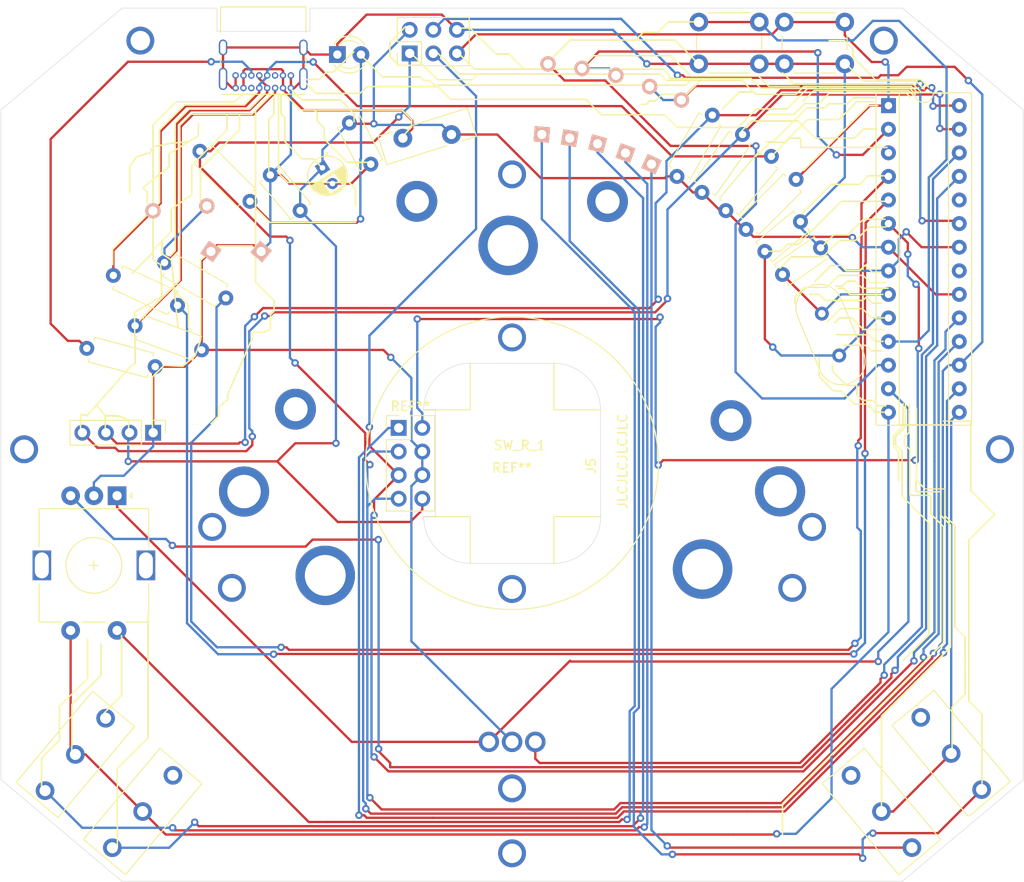
<source format=kicad_pcb>
(kicad_pcb (version 20171130) (host pcbnew "(5.1.5)-3")
  (layers (0 F.Cu signal) (31 B.Cu signal) (34 B.Paste user hide) (35 F.Paste user hide) (36 B.SilkS user hide) (37 F.SilkS user hide) (38 B.Mask user hide) (39 F.Mask user hide) (44 Edge.Cuts user hide))
  (net 0 "")
  (net 1 "Net-(SW_M_1_1-PadNC)")
  (net 2 COL0)
  (net 3 "Net-(D_I_2-Pad2)")
  (net 4 RING_A)
  (net 5 RING_B)
  (net 6 VK_B)
  (net 7 "Net-(D_I_1-Pad2)")
  (net 8 I2C_SCL)
  (net 9 COL1)
  (net 10 I2C_SDA)
  (net 11 BOOT)
  (net 12 "Net-(C2-Pad2)")
  (net 13 ROW2)
  (net 14 "Net-(C1-Pad2)")
  (net 15 GND)
  (net 16 +5V)
  (net 17 D-)
  (net 18 D+)
  (net 19 ROW1)
  (net 20 ROW0)
  (net 21 RESET)
  (net 22 "Net-(D4-Pad2)")
  (net 23 "Net-(J2-PadA5)")
  (net 24 "Net-(J2-PadB5)")
  (net 25 "Net-(D1-Pad1)")
  (net 26 "Net-(D2-Pad1)")
  (net 27 "Net-(D_I_3-Pad2)")
  (net 28 "Net-(D_I_4-Pad2)")
  (net 29 "Net-(D_I_5-Pad2)")
  (net 30 "Net-(F1-Pad1)")
  (net 31 "Net-(J2-PadB8)")
  (net 32 "Net-(J2-PadA8)")
  (net 33 "Net-(SW_M_1_2-PadNC)")
  (net 34 "Net-(SW_M_2_1-PadNC)")
  (net 35 "Net-(SW_M_2_2-PadNC)")
  (net 36 MO)
  (net 37 SC)
  (net 38 MI)
  (net 39 MOT)
  (net 40 SS)
  (net 41 "Net-(U1-Pad3)")
  (net 42 "Net-(U1-Pad21)")
  (net 43 "Net-(U1-Pad24)")
  (module Package_DIP:DIP-28_W7.62mm_Socket (layer F.Cu) (at 187.6 55.7)
    (fp_text reference U1 hide)
    (fp_text value ATMEGA328P-PU-ND hide)
    (pad 28 thru_hole oval (at 7.62 0) (size 1.6 1.6) (drill 0.8) (layers *.Cu *.Mask) (net 8 I2C_SCL))
    (pad 14 thru_hole oval (at 0 33.02) (size 1.6 1.6) (drill 0.8) (layers *.Cu *.Mask) (net 2 COL0))
    (pad 27 thru_hole oval (at 7.62 2.54) (size 1.6 1.6) (drill 0.8) (layers *.Cu *.Mask) (net 10 I2C_SDA))
    (pad 13 thru_hole oval (at 0 30.48) (size 1.6 1.6) (drill 0.8) (layers *.Cu *.Mask) (net 4 RING_A))
    (pad 26 thru_hole oval (at 7.62 5.08) (size 1.6 1.6) (drill 0.8) (layers *.Cu *.Mask) (net 5 RING_B))
    (pad 12 thru_hole oval (at 0 27.94) (size 1.6 1.6) (drill 0.8) (layers *.Cu *.Mask) (net 20 ROW0))
    (pad 25 thru_hole oval (at 7.62 7.62) (size 1.6 1.6) (drill 0.8) (layers *.Cu *.Mask) (net 6 VK_B))
    (pad 11 thru_hole oval (at 0 25.4) (size 1.6 1.6) (drill 0.8) (layers *.Cu *.Mask) (net 11 BOOT))
    (pad 24 thru_hole oval (at 7.62 10.16) (size 1.6 1.6) (drill 0.8) (layers *.Cu *.Mask) (net 43 "Net-(U1-Pad24)"))
    (pad 10 thru_hole oval (at 0 22.86) (size 1.6 1.6) (drill 0.8) (layers *.Cu *.Mask) (net 12 "Net-(C2-Pad2)"))
    (pad 23 thru_hole oval (at 7.62 12.7) (size 1.6 1.6) (drill 0.8) (layers *.Cu *.Mask) (net 13 ROW2))
    (pad 9 thru_hole oval (at 0 20.32) (size 1.6 1.6) (drill 0.8) (layers *.Cu *.Mask) (net 14 "Net-(C1-Pad2)"))
    (pad 22 thru_hole oval (at 7.62 15.24) (size 1.6 1.6) (drill 0.8) (layers *.Cu *.Mask) (net 15 GND))
    (pad 8 thru_hole oval (at 0 17.78) (size 1.6 1.6) (drill 0.8) (layers *.Cu *.Mask) (net 15 GND))
    (pad 21 thru_hole oval (at 7.62 17.78) (size 1.6 1.6) (drill 0.8) (layers *.Cu *.Mask) (net 42 "Net-(U1-Pad21)"))
    (pad 7 thru_hole oval (at 0 15.24) (size 1.6 1.6) (drill 0.8) (layers *.Cu *.Mask) (net 16 +5V))
    (pad 20 thru_hole oval (at 7.62 20.32) (size 1.6 1.6) (drill 0.8) (layers *.Cu *.Mask) (net 16 +5V))
    (pad 6 thru_hole oval (at 0 12.7) (size 1.6 1.6) (drill 0.8) (layers *.Cu *.Mask) (net 39 MOT))
    (pad 19 thru_hole oval (at 7.62 22.86) (size 1.6 1.6) (drill 0.8) (layers *.Cu *.Mask) (net 37 SC))
    (pad 5 thru_hole oval (at 0 10.16) (size 1.6 1.6) (drill 0.8) (layers *.Cu *.Mask) (net 17 D-))
    (pad 18 thru_hole oval (at 7.62 25.4) (size 1.6 1.6) (drill 0.8) (layers *.Cu *.Mask) (net 38 MI))
    (pad 4 thru_hole oval (at 0 7.62) (size 1.6 1.6) (drill 0.8) (layers *.Cu *.Mask) (net 18 D+))
    (pad 17 thru_hole oval (at 7.62 27.94) (size 1.6 1.6) (drill 0.8) (layers *.Cu *.Mask) (net 36 MO))
    (pad 3 thru_hole oval (at 0 5.08) (size 1.6 1.6) (drill 0.8) (layers *.Cu *.Mask) (net 41 "Net-(U1-Pad3)"))
    (pad 16 thru_hole oval (at 7.62 30.48) (size 1.6 1.6) (drill 0.8) (layers *.Cu *.Mask) (net 40 SS))
    (pad 2 thru_hole oval (at 0 2.54) (size 1.6 1.6) (drill 0.8) (layers *.Cu *.Mask) (net 19 ROW1))
    (pad 15 thru_hole oval (at 7.62 33.02) (size 1.6 1.6) (drill 0.8) (layers *.Cu *.Mask) (net 9 COL1))
    (pad 1 thru_hole rect (at 0 0) (size 1.6 1.6) (drill 0.8) (layers *.Cu *.Mask) (net 21 RESET))
  )
  (module Encoder_Ring:Lines (layer F.Cu) (at 147 92.1)
    (fp_text reference ~ hide)
    (fp_text value ~ hide)
  )
  (module Encoder_Ring:Mouse_Pad (layer F.Cu) (at 147.1 94.2)
    (fp_text reference REF** (at 0 0.5) (layer F.SilkS))
    (fp_text value Mouse_Pad)
    (pad "" thru_hole circle (at 0 42) (size 3 3) (drill 2.1) (layers *.Cu *.Mask))
    (pad "" thru_hole circle (at 0 35) (size 3 3) (drill 2.1) (layers *.Cu *.Mask))
    (pad "" thru_hole circle (at -30.15 13.42) (size 3 3) (drill 2.1) (layers *.Cu *.Mask))
    (pad "" thru_hole circle (at -32.27 6.86) (size 3 3) (drill 2.1) (layers *.Cu *.Mask))
    (pad "" thru_hole circle (at 0 -31.1) (size 3 3) (drill 2.1) (layers *.Cu *.Mask))
    (pad "" thru_hole circle (at 32.28 6.86) (size 3 3) (drill 2.1) (layers *.Cu *.Mask))
    (pad "" thru_hole circle (at 30.15 13.42) (size 3 3) (drill 2.1) (layers *.Cu *.Mask))
  )
  (module Capacitor_THT:C_Disc_D5.0mm_W2.5mm_P5.00mm (layer F.Cu) (at 180.29576 71.007118 215)
    (fp_text reference C1 hide)
    (fp_text value 20p hide)
    (pad 2 thru_hole circle (at 5 0 215) (size 1.6 1.6) (drill 0.8) (layers *.Cu *.Mask) (net 14 "Net-(C1-Pad2)"))
    (pad 1 thru_hole circle (at 0 0 215) (size 1.6 1.6) (drill 0.8) (layers *.Cu *.Mask) (net 15 GND))
  )
  (module Resistor_THT:R_Axial_DIN0207_L6.3mm_D2.5mm_P7.62mm_Horizontal (layer F.Cu) (at 168.65 56.725 240)
    (fp_text reference R2_2 hide)
    (fp_text value 4.7K hide)
    (pad 2 thru_hole oval (at 7.62 0 240) (size 1.6 1.6) (drill 0.8) (layers *.Cu *.Mask) (net 16 +5V))
    (pad 1 thru_hole circle (at 0 0 240) (size 1.6 1.6) (drill 0.8) (layers *.Cu *.Mask) (net 8 I2C_SCL))
  )
  (module Capacitor_THT:C_Disc_D5.0mm_W2.5mm_P5.00mm (layer F.Cu) (at 124.3 67 130)
    (fp_text reference C5 hide)
    (fp_text value 100n hide)
    (pad 2 thru_hole circle (at 5 0 130) (size 1.6 1.6) (drill 0.8) (layers *.Cu *.Mask) (net 15 GND))
    (pad 1 thru_hole circle (at 0 0 130) (size 1.6 1.6) (drill 0.8) (layers *.Cu *.Mask) (net 16 +5V))
  )
  (module Capacitor_THT:C_Disc_D5.0mm_W2.5mm_P5.00mm (layer F.Cu) (at 129.591257 57.564945 297.5)
    (fp_text reference C4 hide)
    (fp_text value 100n hide)
    (pad 2 thru_hole circle (at 5 0 297.5) (size 1.6 1.6) (drill 0.8) (layers *.Cu *.Mask) (net 15 GND))
    (pad 1 thru_hole circle (at 0 0 297.5) (size 1.6 1.6) (drill 0.8) (layers *.Cu *.Mask) (net 16 +5V))
  )
  (module Capacitor_THT:C_Disc_D5.0mm_W2.5mm_P5.00mm (layer F.Cu) (at 178.130222 68.186062 220)
    (fp_text reference C2 hide)
    (fp_text value 20p hide)
    (pad 2 thru_hole circle (at 5 0 220) (size 1.6 1.6) (drill 0.8) (layers *.Cu *.Mask) (net 12 "Net-(C2-Pad2)"))
    (pad 1 thru_hole circle (at 0 0 220) (size 1.6 1.6) (drill 0.8) (layers *.Cu *.Mask) (net 15 GND))
  )
  (module Encoder_Ring:Akira_Board_standoff (layer F.Cu) (at 187.1 48.7)
    (fp_text reference REF** hide)
    (fp_text value Akira_Board_standoff)
    (pad "" thru_hole circle (at 0 0) (size 3 3) (drill 2.1) (layers *.Cu *.Mask))
  )
  (module Encoder_Ring:Akira_Board_standoff (layer F.Cu) (at 107.1 48.7)
    (fp_text reference REF** hide)
    (fp_text value Akira_Board_standoff)
    (pad "" thru_hole circle (at 0 0) (size 3 3) (drill 2.1) (layers *.Cu *.Mask))
  )
  (module Encoder_Ring:Akira_Board_standoff (layer F.Cu) (at 94.6 92.7)
    (fp_text reference REF** hide)
    (fp_text value Akira_Board_standoff)
    (pad "" thru_hole circle (at 0 0) (size 3 3) (drill 2.1) (layers *.Cu *.Mask))
  )
  (module Encoder_Ring:Akira_Board_standoff (layer F.Cu) (at 199.6 92.7)
    (fp_text reference REF**)
    (fp_text value Akira_Board_standoff)
    (pad "" thru_hole circle (at 0 0) (size 3 3) (drill 2.1) (layers *.Cu *.Mask))
  )
  (module Encoder_Ring:ADNS9800 (layer F.Cu) (at 147.1 94.2)
    (fp_text reference REF** (at 0 0.5) (layer F.SilkS))
    (fp_text value ADNS9800)
  )
  (module Encoder_Ring:ADNS-9800 (layer F.Cu) (at 147.1 94.2)
    (fp_text reference J5 (at 8.5 0.3 270) (layer F.SilkS))
    (fp_text value Conn_02x04_Odd_Even)
    (fp_text user REF** (at -10.93 -6.13) (layer F.SilkS))
    (fp_text user ~ (at -10.93 -6.13) (layer F.SilkS))
    (pad "" thru_hole circle (at 0 13.54 270) (size 3 3) (drill 2.15) (layers *.Cu *.Mask))
    (pad "" thru_hole circle (at 0 -13.54 270) (size 3 3) (drill 2.15) (layers *.Cu *.Mask))
    (pad 2 thru_hole oval (at -9.66 -3.8) (size 1.7 1.7) (drill 1) (layers *.Cu *.Mask) (net 39 MOT))
    (pad 4 thru_hole oval (at -9.66 -1.26) (size 1.7 1.7) (drill 1) (layers *.Cu *.Mask) (net 15 GND))
    (pad 6 thru_hole oval (at -9.66 1.28) (size 1.7 1.7) (drill 1) (layers *.Cu *.Mask) (net 15 GND))
    (pad 1 thru_hole rect (at -12.2 -3.8) (size 1.7 1.7) (drill 1) (layers *.Cu *.Mask) (net 40 SS))
    (pad 5 thru_hole oval (at -12.2 1.28) (size 1.7 1.7) (drill 1) (layers *.Cu *.Mask) (net 37 SC))
    (pad 7 thru_hole oval (at -12.2 3.82) (size 1.7 1.7) (drill 1) (layers *.Cu *.Mask) (net 38 MI))
    (pad 8 thru_hole oval (at -9.66 3.82) (size 1.7 1.7) (drill 1) (layers *.Cu *.Mask) (net 16 +5V))
    (pad 3 thru_hole oval (at -12.2 -1.26) (size 1.7 1.7) (drill 1) (layers *.Cu *.Mask) (net 36 MO))
  )
  (module Connector_PinHeader_2.54mm:PinHeader_1x04_P2.54mm_Vertical (layer F.Cu) (at 108.480483 90.911488 270)
    (fp_text reference J3)
    (fp_text value Conn_01x04)
    (pad 4 thru_hole oval (at 0 7.62 270) (size 1.7 1.7) (drill 1) (layers *.Cu *.Mask) (net 10 I2C_SDA))
    (pad 3 thru_hole oval (at 0 5.08 270) (size 1.7 1.7) (drill 1) (layers *.Cu *.Mask) (net 8 I2C_SCL))
    (pad 2 thru_hole oval (at 0 2.54 270) (size 1.7 1.7) (drill 1) (layers *.Cu *.Mask) (net 16 +5V))
    (pad 1 thru_hole rect (at 0 0 270) (size 1.7 1.7) (drill 1) (layers *.Cu *.Mask) (net 15 GND))
  )
  (module Fuse:Fuse_Bourns_MF-RG400 (layer F.Cu) (at 135.35 59.2 17.5)
    (fp_text reference F1 hide)
    (fp_text value Polyfuse hide)
    (pad 2 thru_hole circle (at 5.1 1.2 17.5) (size 2.01 2.01) (drill 1.01) (layers *.Cu *.Mask) (net 16 +5V))
    (pad 1 thru_hole circle (at 0 0 17.5) (size 2.01 2.01) (drill 1.01) (layers *.Cu *.Mask) (net 30 "Net-(F1-Pad1)"))
  )
  (module Encoder_Ring:GM8.0 (layer F.Cu) (at 186.85 131.7 130)
    (fp_text reference SW_M_2_2 hide)
    (fp_text value Kailh_MicroSwitch hide)
    (pad NC thru_hole circle (at 5.08 -0.01 130) (size 2 2) (drill 1.2) (layers *.Cu *.Mask) (net 35 "Net-(SW_M_2_2-PadNC)"))
    (pad NO thru_hole circle (at 0 0 130) (size 2 2) (drill 1.2) (layers *.Cu *.Mask) (net 9 COL1))
    (pad COM thru_hole circle (at -5.08 0.01 130) (size 2 2) (drill 1.2) (layers *.Cu *.Mask) (net 29 "Net-(D_I_5-Pad2)"))
  )
  (module Encoder_Ring:GM8.0 (layer F.Cu) (at 100.107701 125.552066 50)
    (fp_text reference SW_M_2_1 hide)
    (fp_text value Kailh_MicroSwitch hide)
    (pad NC thru_hole circle (at 5.08 -0.01 50) (size 2 2) (drill 1.2) (layers *.Cu *.Mask) (net 34 "Net-(SW_M_2_1-PadNC)"))
    (pad NO thru_hole circle (at 0 0 50) (size 2 2) (drill 1.2) (layers *.Cu *.Mask) (net 2 COL0))
    (pad COM thru_hole circle (at -5.08 0.01 50) (size 2 2) (drill 1.2) (layers *.Cu *.Mask) (net 27 "Net-(D_I_3-Pad2)"))
  )
  (module Encoder_Ring:GM8.0 (layer F.Cu) (at 194.35 125.45 130)
    (fp_text reference SW_M_1_2 hide)
    (fp_text value Kailh_MicroSwitch hide)
    (pad NC thru_hole circle (at 5.08 -0.01 130) (size 2 2) (drill 1.2) (layers *.Cu *.Mask) (net 33 "Net-(SW_M_1_2-PadNC)"))
    (pad NO thru_hole circle (at 0 0 130) (size 2 2) (drill 1.2) (layers *.Cu *.Mask) (net 9 COL1))
    (pad COM thru_hole circle (at -5.08 0.01 130) (size 2 2) (drill 1.2) (layers *.Cu *.Mask) (net 28 "Net-(D_I_4-Pad2)"))
  )
  (module Connector_USB:USB_C_Receptacle_GCT_USB4085 (layer F.Cu) (at 123.3 53.8 180)
    (fp_text reference J2 hide)
    (fp_text value USB_C_Receptacle_USB2.0 hide)
    (pad S1 thru_hole oval (at 7.3 4.36 180) (size 0.9 1.7) (drill oval 0.6 1.4) (layers *.Cu *.Mask) (net 15 GND))
    (pad S1 thru_hole oval (at -1.35 4.36 180) (size 0.9 1.7) (drill oval 0.6 1.4) (layers *.Cu *.Mask) (net 15 GND))
    (pad S1 thru_hole oval (at 7.3 0.98 180) (size 0.9 2.4) (drill oval 0.6 2.1) (layers *.Cu *.Mask) (net 15 GND))
    (pad S1 thru_hole oval (at -1.35 0.98 180) (size 0.9 2.4) (drill oval 0.6 2.1) (layers *.Cu *.Mask) (net 15 GND))
    (pad B6 thru_hole circle (at 3.4 1.35 180) (size 0.7 0.7) (drill 0.4) (layers *.Cu *.Mask) (net 26 "Net-(D2-Pad1)"))
    (pad B1 thru_hole circle (at 5.95 1.35 180) (size 0.7 0.7) (drill 0.4) (layers *.Cu *.Mask) (net 15 GND))
    (pad B4 thru_hole circle (at 5.1 1.35 180) (size 0.7 0.7) (drill 0.4) (layers *.Cu *.Mask) (net 30 "Net-(F1-Pad1)"))
    (pad B5 thru_hole circle (at 4.25 1.35 180) (size 0.7 0.7) (drill 0.4) (layers *.Cu *.Mask) (net 24 "Net-(J2-PadB5)"))
    (pad B12 thru_hole circle (at 0 1.35 180) (size 0.7 0.7) (drill 0.4) (layers *.Cu *.Mask) (net 15 GND))
    (pad B8 thru_hole circle (at 1.7 1.35 180) (size 0.7 0.7) (drill 0.4) (layers *.Cu *.Mask) (net 31 "Net-(J2-PadB8)"))
    (pad B7 thru_hole circle (at 2.55 1.35 180) (size 0.7 0.7) (drill 0.4) (layers *.Cu *.Mask) (net 25 "Net-(D1-Pad1)"))
    (pad B9 thru_hole circle (at 0.85 1.35 180) (size 0.7 0.7) (drill 0.4) (layers *.Cu *.Mask) (net 30 "Net-(F1-Pad1)"))
    (pad A12 thru_hole circle (at 5.95 0 180) (size 0.7 0.7) (drill 0.4) (layers *.Cu *.Mask) (net 15 GND))
    (pad A9 thru_hole circle (at 5.1 0 180) (size 0.7 0.7) (drill 0.4) (layers *.Cu *.Mask) (net 30 "Net-(F1-Pad1)"))
    (pad A8 thru_hole circle (at 4.25 0 180) (size 0.7 0.7) (drill 0.4) (layers *.Cu *.Mask) (net 32 "Net-(J2-PadA8)"))
    (pad A7 thru_hole circle (at 3.4 0 180) (size 0.7 0.7) (drill 0.4) (layers *.Cu *.Mask) (net 25 "Net-(D1-Pad1)"))
    (pad A6 thru_hole circle (at 2.55 0 180) (size 0.7 0.7) (drill 0.4) (layers *.Cu *.Mask) (net 26 "Net-(D2-Pad1)"))
    (pad A5 thru_hole circle (at 1.7 0 180) (size 0.7 0.7) (drill 0.4) (layers *.Cu *.Mask) (net 23 "Net-(J2-PadA5)"))
    (pad A4 thru_hole circle (at 0.85 0 180) (size 0.7 0.7) (drill 0.4) (layers *.Cu *.Mask) (net 30 "Net-(F1-Pad1)"))
    (pad A1 thru_hole circle (at 0 0 180) (size 0.7 0.7) (drill 0.4) (layers *.Cu *.Mask) (net 15 GND))
  )
  (module Connector_PinHeader_2.54mm:PinHeader_2x03_P2.54mm_Vertical (layer F.Cu) (at 136.085 50.075 90)
    (fp_text reference J1)
    (fp_text value AVR-ISP-6)
    (pad 6 thru_hole oval (at 2.54 5.08 90) (size 1.7 1.7) (drill 1) (layers *.Cu *.Mask) (net 15 GND))
    (pad 5 thru_hole oval (at 0 5.08 90) (size 1.7 1.7) (drill 1) (layers *.Cu *.Mask) (net 21 RESET))
    (pad 4 thru_hole oval (at 2.54 2.54 90) (size 1.7 1.7) (drill 1) (layers *.Cu *.Mask) (net 36 MO))
    (pad 3 thru_hole oval (at 0 2.54 90) (size 1.7 1.7) (drill 1) (layers *.Cu *.Mask) (net 37 SC))
    (pad 2 thru_hole oval (at 2.54 0 90) (size 1.7 1.7) (drill 1) (layers *.Cu *.Mask) (net 16 +5V))
    (pad 1 thru_hole rect (at 0 0 90) (size 1.7 1.7) (drill 1) (layers *.Cu *.Mask) (net 38 MI))
  )
  (module LED_THT:LED_D3.0mm_Clear (layer F.Cu) (at 128.3 50.2)
    (fp_text reference D4)
    (fp_text value LED)
    (pad 2 thru_hole circle (at 2.54 0) (size 1.8 1.8) (drill 0.9) (layers *.Cu *.Mask) (net 22 "Net-(D4-Pad2)"))
    (pad 1 thru_hole rect (at 0 0) (size 1.8 1.8) (drill 0.9) (layers *.Cu *.Mask) (net 15 GND))
  )
  (module Keebio-Parts:Diode (layer F.Cu) (at 117.181371 68.950979 320)
    (fp_text reference D2 hide)
    (fp_text value 3.6V hide)
    (pad 2 thru_hole rect (at 3.81 0 320) (size 1.651 1.651) (drill 0.9906) (layers *.Cu *.SilkS *.Mask) (net 15 GND))
    (pad 1 thru_hole circle (at -3.81 0 320) (size 1.651 1.651) (drill 0.9906) (layers *.Cu *.SilkS *.Mask) (net 26 "Net-(D2-Pad1)"))
  )
  (module Keebio-Parts:Diode (layer F.Cu) (at 111.579031 69.214674 325)
    (fp_text reference D1 hide)
    (fp_text value 3.6V hide)
    (pad 2 thru_hole rect (at 3.81 0 325) (size 1.651 1.651) (drill 0.9906) (layers *.Cu *.SilkS *.Mask) (net 15 GND))
    (pad 1 thru_hole circle (at -3.81 0 325) (size 1.651 1.651) (drill 0.9906) (layers *.Cu *.SilkS *.Mask) (net 25 "Net-(D1-Pad1)"))
  )
  (module Keebio-Parts:Diode (layer F.Cu) (at 163.710175 58.546968 245)
    (fp_text reference D_I_5 hide)
    (fp_text value D_Small hide)
    (pad 2 thru_hole rect (at 3.81 0 245) (size 1.651 1.651) (drill 0.9906) (layers *.Cu *.SilkS *.Mask) (net 29 "Net-(D_I_5-Pad2)"))
    (pad 1 thru_hole circle (at -3.81 0 245) (size 1.651 1.651) (drill 0.9906) (layers *.Cu *.SilkS *.Mask) (net 13 ROW2))
  )
  (module Keebio-Parts:Diode (layer F.Cu) (at 153.961599 55.447882 260)
    (fp_text reference D_I_4 hide)
    (fp_text value D_Small hide)
    (pad 2 thru_hole rect (at 3.81 0 260) (size 1.651 1.651) (drill 0.9906) (layers *.Cu *.SilkS *.Mask) (net 28 "Net-(D_I_4-Pad2)"))
    (pad 1 thru_hole circle (at -3.81 0 260) (size 1.651 1.651) (drill 0.9906) (layers *.Cu *.SilkS *.Mask) (net 19 ROW1))
  )
  (module Keebio-Parts:Diode (layer F.Cu) (at 160.603097 57.219771 250)
    (fp_text reference D_I_3 hide)
    (fp_text value D_Small hide)
    (pad 2 thru_hole rect (at 3.81 0 250) (size 1.651 1.651) (drill 0.9906) (layers *.Cu *.SilkS *.Mask) (net 27 "Net-(D_I_3-Pad2)"))
    (pad 1 thru_hole circle (at -3.81 0 250) (size 1.651 1.651) (drill 0.9906) (layers *.Cu *.SilkS *.Mask) (net 13 ROW2))
  )
  (module Keebio-Parts:Diode (layer F.Cu) (at 157.286101 56.119823 255)
    (fp_text reference D_I_2 hide)
    (fp_text value D_Small hide)
    (pad 2 thru_hole rect (at 3.81 0 255) (size 1.651 1.651) (drill 0.9906) (layers *.Cu *.SilkS *.Mask) (net 3 "Net-(D_I_2-Pad2)"))
    (pad 1 thru_hole circle (at -3.81 0 255) (size 1.651 1.651) (drill 0.9906) (layers *.Cu *.SilkS *.Mask) (net 19 ROW1))
  )
  (module Keebio-Parts:Diode (layer F.Cu) (at 150.632063 55.004498 265)
    (fp_text reference D_I_1 hide)
    (fp_text value D_Small hide)
    (pad 2 thru_hole rect (at 3.81 0 265) (size 1.651 1.651) (drill 0.9906) (layers *.Cu *.SilkS *.Mask) (net 7 "Net-(D_I_1-Pad2)"))
    (pad 1 thru_hole circle (at -3.81 0 265) (size 1.651 1.651) (drill 0.9906) (layers *.Cu *.SilkS *.Mask) (net 20 ROW0))
  )
  (module Crystal:Crystal_HC49-U_Vertical (layer F.Cu) (at 180.432505 78.091468 292.5)
    (fp_text reference Y1 hide)
    (fp_text value 16MHz)
    (pad 2 thru_hole circle (at 4.88 0 292.5) (size 1.5 1.5) (drill 0.8) (layers *.Cu *.Mask) (net 12 "Net-(C2-Pad2)"))
    (pad 1 thru_hole circle (at 0 0 292.5) (size 1.5 1.5) (drill 0.8) (layers *.Cu *.Mask) (net 14 "Net-(C1-Pad2)"))
  )
  (module Capacitor_THT:CP_Radial_D4.0mm_P2.00mm (layer F.Cu) (at 126.7 62.4 302.5)
    (fp_text reference C3 hide)
    (fp_text value 4.7u)
    (pad 2 thru_hole circle (at 2 0 302.5) (size 1.2 1.2) (drill 0.6) (layers *.Cu *.Mask) (net 15 GND))
    (pad 1 thru_hole rect (at 0 0 302.5) (size 1.2 1.2) (drill 0.6) (layers *.Cu *.Mask) (net 16 +5V))
  )
  (module Button_Switch_THT:SW_PUSH_6mm (layer F.Cu) (at 167.2 46.7)
    (fp_text reference SW2)
    (fp_text value "Boot SW")
    (pad 1 thru_hole circle (at 6.5 0 90) (size 2 2) (drill 1.1) (layers *.Cu *.Mask) (net 11 BOOT))
    (pad 2 thru_hole circle (at 6.5 4.5 90) (size 2 2) (drill 1.1) (layers *.Cu *.Mask) (net 15 GND))
    (pad 1 thru_hole circle (at 0 0 90) (size 2 2) (drill 1.1) (layers *.Cu *.Mask) (net 11 BOOT))
    (pad 2 thru_hole circle (at 0 4.5 90) (size 2 2) (drill 1.1) (layers *.Cu *.Mask) (net 15 GND))
  )
  (module Button_Switch_THT:SW_PUSH_6mm (layer F.Cu) (at 176.4 46.7)
    (fp_text reference SW1)
    (fp_text value "Reset SW")
    (pad 1 thru_hole circle (at 6.5 0 90) (size 2 2) (drill 1.1) (layers *.Cu *.Mask) (net 21 RESET))
    (pad 2 thru_hole circle (at 6.5 4.5 90) (size 2 2) (drill 1.1) (layers *.Cu *.Mask) (net 15 GND))
    (pad 1 thru_hole circle (at 0 0 90) (size 2 2) (drill 1.1) (layers *.Cu *.Mask) (net 21 RESET))
    (pad 2 thru_hole circle (at 0 4.5 90) (size 2 2) (drill 1.1) (layers *.Cu *.Mask) (net 15 GND))
  )
  (module Resistor_THT:R_Axial_DIN0207_L6.3mm_D2.5mm_P7.62mm_Horizontal (layer F.Cu) (at 167.529348 65.041939 55)
    (fp_text reference R2_1 hide)
    (fp_text value 4.7K hide)
    (pad 2 thru_hole oval (at 7.62 0 55) (size 1.6 1.6) (drill 0.8) (layers *.Cu *.Mask) (net 10 I2C_SDA))
    (pad 1 thru_hole circle (at 0 0 55) (size 1.6 1.6) (drill 0.8) (layers *.Cu *.Mask) (net 16 +5V))
  )
  (module Resistor_THT:R_Axial_DIN0207_L6.3mm_D2.5mm_P7.62mm_Horizontal (layer F.Cu) (at 174.998042 61.162741 230)
    (fp_text reference R1_5 hide)
    (fp_text value 1.5k hide)
    (pad 2 thru_hole oval (at 7.62 0 230) (size 1.6 1.6) (drill 0.8) (layers *.Cu *.Mask) (net 16 +5V))
    (pad 1 thru_hole circle (at 0 0 230) (size 1.6 1.6) (drill 0.8) (layers *.Cu *.Mask) (net 25 "Net-(D1-Pad1)"))
  )
  (module Resistor_THT:R_Axial_DIN0207_L6.3mm_D2.5mm_P7.62mm_Horizontal (layer F.Cu) (at 109.7 72.6 330)
    (fp_text reference R1_4 hide)
    (fp_text value 75R hide)
    (pad 2 thru_hole oval (at 7.62 0 330) (size 1.6 1.6) (drill 0.8) (layers *.Cu *.Mask) (net 18 D+))
    (pad 1 thru_hole circle (at 0 0 330) (size 1.6 1.6) (drill 0.8) (layers *.Cu *.Mask) (net 26 "Net-(D2-Pad1)"))
  )
  (module Resistor_THT:R_Axial_DIN0207_L6.3mm_D2.5mm_P7.62mm_Horizontal (layer F.Cu) (at 111.1 77.2 155)
    (fp_text reference R1_3 hide)
    (fp_text value 75R hide)
    (pad 2 thru_hole oval (at 7.62 0 155) (size 1.6 1.6) (drill 0.8) (layers *.Cu *.Mask) (net 25 "Net-(D1-Pad1)"))
    (pad 1 thru_hole circle (at 0 0 155) (size 1.6 1.6) (drill 0.8) (layers *.Cu *.Mask) (net 17 D-))
  )
  (module Resistor_THT:R_Axial_DIN0207_L6.3mm_D2.5mm_P7.62mm_Horizontal (layer F.Cu) (at 101.339646 81.827798 345)
    (fp_text reference R1_2 hide)
    (fp_text value 5.1k hide)
    (pad 2 thru_hole oval (at 7.62 0 345) (size 1.6 1.6) (drill 0.8) (layers *.Cu *.Mask) (net 15 GND))
    (pad 1 thru_hole circle (at 0 0 345) (size 1.6 1.6) (drill 0.8) (layers *.Cu *.Mask) (net 24 "Net-(J2-PadB5)"))
  )
  (module Resistor_THT:R_Axial_DIN0207_L6.3mm_D2.5mm_P7.62mm_Horizontal (layer F.Cu) (at 113.7 82 160)
    (fp_text reference R1_1 hide)
    (fp_text value 5.1k hide)
    (pad 2 thru_hole oval (at 7.62 0 160) (size 1.6 1.6) (drill 0.8) (layers *.Cu *.Mask) (net 23 "Net-(J2-PadA5)"))
    (pad 1 thru_hole circle (at 0 0 160) (size 1.6 1.6) (drill 0.8) (layers *.Cu *.Mask) (net 15 GND))
  )
  (module Resistor_THT:R_Axial_DIN0207_L6.3mm_D2.5mm_P7.62mm_Horizontal (layer F.Cu) (at 118.9 66 135)
    (fp_text reference R2 hide)
    (fp_text value 1K hide)
    (pad 2 thru_hole oval (at 7.62 0 135) (size 1.6 1.6) (drill 0.8) (layers *.Cu *.Mask) (net 38 MI))
    (pad 1 thru_hole circle (at 0 0 135) (size 1.6 1.6) (drill 0.8) (layers *.Cu *.Mask) (net 22 "Net-(D4-Pad2)"))
  )
  (module Resistor_THT:R_Axial_DIN0207_L6.3mm_D2.5mm_P7.62mm_Horizontal (layer F.Cu) (at 177.663154 63.636846 225)
    (fp_text reference R1 hide)
    (fp_text value 10K hide)
    (pad 2 thru_hole oval (at 7.62 0 225) (size 1.6 1.6) (drill 0.8) (layers *.Cu *.Mask) (net 16 +5V))
    (pad 1 thru_hole circle (at 0 0 225) (size 1.6 1.6) (drill 0.8) (layers *.Cu *.Mask) (net 21 RESET))
  )
  (module Keebio-Parts:RotaryEncoder_EC11 (layer F.Cu) (at 102.1 105.2 270)
    (fp_text reference SW_V_1 hide)
    (fp_text value Volume_Knob hide)
    (pad A thru_hole rect (at -7.5 -2.5 270) (size 2 2) (drill 1) (layers *.Cu *.Mask) (net 4 RING_A))
    (pad C thru_hole circle (at -7.5 0 270) (size 2 2) (drill 1) (layers *.Cu *.Mask) (net 15 GND))
    (pad B thru_hole circle (at -7.5 2.5 270) (size 2 2) (drill 1) (layers *.Cu *.Mask) (net 6 VK_B))
    (pad "" np_thru_hole rect (at 0 -5.6 270) (size 3.2 2) (drill oval 2.8 1.5) (layers *.Cu *.Mask))
    (pad "" np_thru_hole rect (at 0 5.6 270) (size 3.2 2) (drill oval 2.8 1.5) (layers *.Cu *.Mask))
    (pad S2 thru_hole circle (at 7 -2.5 270) (size 2 2) (drill 1) (layers *.Cu *.Mask) (net 7 "Net-(D_I_1-Pad2)"))
    (pad S1 thru_hole circle (at 7 2.5 270) (size 2 2) (drill 1) (layers *.Cu *.Mask) (net 2 COL0))
  )
  (module Encoder_Ring:Encoder_Ring (layer F.Cu) (at 147.1 94.2)
    (fp_text reference SW_R_1 (at 0.825 -1.925) (layer F.SilkS))
    (fp_text value Rotary_Encoder)
    (pad A thru_hole circle (at -2.5 30) (size 2.2 2.2) (drill 1.4) (layers *.Cu *.Mask) (net 4 RING_A))
    (pad C thru_hole circle (at 0 30) (size 2.2 2.2) (drill 1.4) (layers *.Cu *.Mask) (net 15 GND))
    (pad B thru_hole circle (at 2.5 30) (size 2.2 2.2) (drill 1.4) (layers *.Cu *.Mask) (net 5 RING_B))
    (pad "" thru_hole circle (at -23.3 -5.82) (size 4.4 4.4) (drill 2.6) (layers *.Cu *.Mask))
    (pad "" thru_hole circle (at -10.25 -28.2) (size 4.4 4.4) (drill 2.6) (layers *.Cu *.Mask))
    (pad "" thru_hole circle (at 10.27 -28.17) (size 4.4 4.4) (drill 2.6) (layers *.Cu *.Mask))
    (pad "" thru_hole circle (at 23.56 -4.59) (size 4.4 4.4) (drill 2.6) (layers *.Cu *.Mask))
    (pad "" thru_hole circle (at -28.84 3.05) (size 5.4 5.4) (drill 3.6) (layers *.Cu *.Mask))
    (pad "" thru_hole circle (at 28.84 3.025) (size 5.4 5.4) (drill 3.6) (layers *.Cu *.Mask))
    (pad "" thru_hole circle (at 20.5 11.4) (size 6.4 6.4) (drill 4.4) (layers *.Cu *.Mask))
    (pad "" thru_hole circle (at -20.1 12.075) (size 6.4 6.4) (drill 4.4) (layers *.Cu *.Mask))
    (pad "" thru_hole circle (at -0.425 -23.45) (size 6.4 6.4) (drill 4.4) (layers *.Cu *.Mask))
  )
  (module Encoder_Ring:GM8.0 (layer F.Cu) (at 107.35 131.7 50)
    (fp_text reference SW_M_1_1 hide)
    (fp_text value Kailh_MicroSwitch hide)
    (pad NC thru_hole circle (at 5.08 -0.01 50) (size 2 2) (drill 1.2) (layers *.Cu *.Mask) (net 1 "Net-(SW_M_1_1-PadNC)"))
    (pad NO thru_hole circle (at 0 0 50) (size 2 2) (drill 1.2) (layers *.Cu *.Mask) (net 2 COL0))
    (pad COM thru_hole circle (at -5.08 0.01 50) (size 2 2) (drill 1.2) (layers *.Cu *.Mask) (net 3 "Net-(D_I_2-Pad2)"))
  )
  (gr_text JLCJLCJLCJLC (at 159 94 90) (layer F.SilkS) (effects (font (size 1 1))))
  (gr_line (start 138.85 99.95) (end 137.59 99.96) (layer Edge.Cuts) (width 0.05))
  (gr_line (start 138.85 88.45) (end 138.85 99.95) (layer Edge.Cuts) (width 0.05))
  (gr_line (start 137.589991 88.44) (end 138.85 88.45) (layer Edge.Cuts) (width 0.05))
  (gr_line (start 125.35 45.2) (end 189.1 45.2) (layer Edge.Cuts) (width 0.05))
  (gr_line (start 125.35 47.7) (end 125.35 45.2) (layer Edge.Cuts) (width 0.05))
  (gr_line (start 124.85 47.7) (end 125.35 47.7) (layer Edge.Cuts) (width 0.05))
  (gr_line (start 115.35 45.2) (end 105.15 45.2) (layer Edge.Cuts) (width 0.05))
  (gr_line (start 115.35 47.7) (end 115.35 45.2) (layer Edge.Cuts) (width 0.05))
  (gr_line (start 115.85 47.7) (end 115.35 47.7) (layer Edge.Cuts) (width 0.05))
  (gr_line (start 124.85 47.7) (end 115.85 47.7) (layer Edge.Cuts) (width 0.05))
  (gr_line (start 156.63 99.96) (end 156.610009 88.45) (layer Edge.Cuts) (width 0.05))
  (gr_line (start 142.6 104.97) (end 151.61 104.98) (layer Edge.Cuts) (width 0.05))
  (gr_line (start 151.61 83.449991) (end 142.59 83.439991) (layer Edge.Cuts) (width 0.05))
  (gr_arc (start 151.61 88.45) (end 156.610009 88.45) (angle -90) (layer Edge.Cuts) (width 0.05))
  (gr_arc (start 142.59 88.44) (end 142.59 83.439991) (angle -90) (layer Edge.Cuts) (width 0.05))
  (gr_arc (start 142.6 99.96) (end 137.59 99.96) (angle -90) (layer Edge.Cuts) (width 0.05))
  (gr_arc (start 151.61 99.96) (end 151.61 104.98) (angle -90) (layer Edge.Cuts) (width 0.05))
  (gr_line (start 105.1 139.2) (end 189.1 139.2) (layer Edge.Cuts) (width 0.05))
  (gr_line (start 92.1 128.25) (end 105.1 139.2) (layer Edge.Cuts) (width 0.05))
  (gr_line (start 92.1 56.15) (end 92.1 128.25) (layer Edge.Cuts) (width 0.05))
  (gr_line (start 105.15 45.2) (end 92.1 56.15) (layer Edge.Cuts) (width 0.05))
  (gr_line (start 202.1 56.15) (end 189.1 45.2) (layer Edge.Cuts) (width 0.05))
  (gr_line (start 202.1 128.3) (end 202.1 56.15) (layer Edge.Cuts) (width 0.05))
  (gr_line (start 189.1 139.2) (end 202.1 128.3) (layer Edge.Cuts) (width 0.05))
  (segment (start 99.6 125.044365) (end 100.107701 125.552066) (width 0.25) (layer F.Cu) (net 2))
  (segment (start 99.6 112.2) (end 99.6 125.044365) (width 0.25) (layer F.Cu) (net 2))
  (segment (start 101.202066 125.552066) (end 100.107701 125.552066) (width 0.25) (layer F.Cu) (net 2))
  (segment (start 107.35 131.7) (end 101.202066 125.552066) (width 0.25) (layer F.Cu) (net 2))
  (segment (start 107.35 131.7) (end 109.825 134.175) (width 0.25) (layer F.Cu) (net 2))
  (segment (start 109.825 134.175) (end 170.925 134.175) (width 0.25) (layer F.Cu) (net 2))
  (via (at 175.575 134.1) (size 0.8) (drill 0.4) (layers F.Cu B.Cu) (net 2))
  (segment (start 170.925 134.175) (end 175.5 134.175) (width 0.25) (layer F.Cu) (net 2))
  (segment (start 175.5 134.175) (end 175.575 134.1) (width 0.25) (layer F.Cu) (net 2))
  (segment (start 187.6 100.875) (end 187.6 88.72) (width 0.25) (layer B.Cu) (net 2))
  (segment (start 175.575 134.1) (end 177.65 134.1) (width 0.25) (layer B.Cu) (net 2))
  (segment (start 177.65 134.1) (end 181.475 130.275) (width 0.25) (layer B.Cu) (net 2))
  (segment (start 181.475 130.275) (end 181.475 118.5) (width 0.25) (layer B.Cu) (net 2))
  (segment (start 187.6 112.375) (end 187.6 100.875) (width 0.25) (layer B.Cu) (net 2))
  (segment (start 181.475 118.5) (end 187.6 112.375) (width 0.25) (layer B.Cu) (net 2))
  (via (at 112.95 132.85) (size 0.8) (drill 0.4) (layers F.Cu B.Cu) (net 3))
  (segment (start 104.092299 135.597934) (end 110.202066 135.597934) (width 0.25) (layer B.Cu) (net 3))
  (segment (start 110.202066 135.597934) (end 112.95 132.85) (width 0.25) (layer B.Cu) (net 3))
  (segment (start 112.95 132.85) (end 113.37498 133.27498) (width 0.25) (layer F.Cu) (net 3))
  (via (at 160.924989 132.414998) (size 0.8) (drill 0.4) (layers F.Cu B.Cu) (net 3))
  (segment (start 113.37498 133.27498) (end 160.065007 133.27498) (width 0.25) (layer F.Cu) (net 3))
  (segment (start 160.065007 133.27498) (end 160.924989 132.414998) (width 0.25) (layer F.Cu) (net 3))
  (segment (start 160.924989 131.849313) (end 161.199979 131.574323) (width 0.25) (layer B.Cu) (net 3))
  (segment (start 160.924989 132.414998) (end 160.924989 131.849313) (width 0.25) (layer B.Cu) (net 3))
  (segment (start 156.3 60.75462) (end 161.199979 65.654599) (width 0.25) (layer B.Cu) (net 3))
  (segment (start 156.3 59.8) (end 156.3 60.75462) (width 0.25) (layer B.Cu) (net 3))
  (segment (start 161.199979 65.654599) (end 161.199979 131.574323) (width 0.25) (layer B.Cu) (net 3))
  (segment (start 143.044366 124.2) (end 144.6 124.2) (width 0.25) (layer F.Cu) (net 4))
  (segment (start 129.85 124.2) (end 143.044366 124.2) (width 0.25) (layer F.Cu) (net 4))
  (segment (start 104.6 98.95) (end 129.85 124.2) (width 0.25) (layer F.Cu) (net 4))
  (segment (start 104.6 97.7) (end 104.6 98.95) (width 0.25) (layer F.Cu) (net 4))
  (segment (start 153.336295 115.463705) (end 144.6 124.2) (width 0.25) (layer F.Cu) (net 4))
  (segment (start 189.749929 88.329929) (end 189.749929 111.250071) (width 0.25) (layer B.Cu) (net 4))
  (segment (start 187.6 86.18) (end 189.749929 88.329929) (width 0.25) (layer B.Cu) (net 4))
  (via (at 186.502238 115.549019) (size 0.8) (drill 0.4) (layers F.Cu B.Cu) (net 4))
  (segment (start 189.749929 111.250071) (end 186.502238 114.497762) (width 0.25) (layer B.Cu) (net 4))
  (segment (start 186.502238 114.497762) (end 186.502238 115.549019) (width 0.25) (layer B.Cu) (net 4))
  (segment (start 153.421609 115.549019) (end 186.502238 115.549019) (width 0.25) (layer F.Cu) (net 4))
  (segment (start 153.336295 115.463705) (end 153.421609 115.549019) (width 0.25) (layer F.Cu) (net 4))
  (segment (start 192.391767 63.608233) (end 192.391767 66.284045) (width 0.25) (layer B.Cu) (net 5))
  (segment (start 195.22 60.78) (end 192.391767 63.608233) (width 0.25) (layer B.Cu) (net 5))
  (segment (start 192.391767 66.284045) (end 192.391767 73.25) (width 0.25) (layer B.Cu) (net 5))
  (segment (start 192.391767 73.25) (end 192.391767 81.335413) (width 0.25) (layer B.Cu) (net 5))
  (segment (start 192.391767 81.335413) (end 191.19993 82.52725) (width 0.25) (layer B.Cu) (net 5))
  (segment (start 191.19993 82.52725) (end 191.19993 111.8294) (width 0.25) (layer B.Cu) (net 5))
  (via (at 187.145079 117.020079) (size 0.8) (drill 0.4) (layers F.Cu B.Cu) (net 5))
  (segment (start 191.19993 111.8294) (end 187.145079 115.884251) (width 0.25) (layer B.Cu) (net 5))
  (segment (start 187.145079 115.884251) (end 187.145079 117.020079) (width 0.25) (layer B.Cu) (net 5))
  (segment (start 186.74508 117.420078) (end 186.74508 117.808974) (width 0.25) (layer F.Cu) (net 5))
  (segment (start 187.145079 117.020079) (end 186.74508 117.420078) (width 0.25) (layer F.Cu) (net 5))
  (segment (start 186.74508 117.808974) (end 178.079075 126.474979) (width 0.25) (layer F.Cu) (net 5))
  (segment (start 178.079075 126.474979) (end 150.074979 126.474979) (width 0.25) (layer F.Cu) (net 5))
  (segment (start 149.6 126) (end 149.6 124.2) (width 0.25) (layer F.Cu) (net 5))
  (segment (start 150.074979 126.474979) (end 149.6 126) (width 0.25) (layer F.Cu) (net 5))
  (segment (start 192.841777 65.698223) (end 192.841777 66.470445) (width 0.25) (layer B.Cu) (net 6))
  (segment (start 195.22 63.32) (end 192.841777 65.698223) (width 0.25) (layer B.Cu) (net 6))
  (segment (start 192.841777 66.470445) (end 192.841777 81.521813) (width 0.25) (layer B.Cu) (net 6))
  (segment (start 191.64994 82.71365) (end 191.64994 82.76083) (width 0.25) (layer B.Cu) (net 6))
  (segment (start 192.841777 81.521813) (end 191.64994 82.71365) (width 0.25) (layer B.Cu) (net 6))
  (segment (start 191.64994 82.71365) (end 191.64994 112.0158) (width 0.25) (layer B.Cu) (net 6))
  (via (at 188.308806 116.492762) (size 0.8) (drill 0.4) (layers F.Cu B.Cu) (net 6))
  (segment (start 188.612862 116.188706) (end 188.308806 116.492762) (width 0.25) (layer B.Cu) (net 6))
  (segment (start 191.64994 112.0158) (end 188.612862 115.052878) (width 0.25) (layer B.Cu) (net 6))
  (segment (start 188.612862 115.052878) (end 188.612862 116.188706) (width 0.25) (layer B.Cu) (net 6))
  (segment (start 187.908807 116.892761) (end 187.908807 117.281657) (width 0.25) (layer F.Cu) (net 6))
  (segment (start 188.308806 116.492762) (end 187.908807 116.892761) (width 0.25) (layer F.Cu) (net 6))
  (segment (start 187.908807 117.281657) (end 178.265475 126.924989) (width 0.25) (layer F.Cu) (net 6))
  (segment (start 178.265475 126.924989) (end 133.986419 126.924989) (width 0.25) (layer F.Cu) (net 6))
  (via (at 132.740265 124.953414) (size 0.8) (drill 0.4) (layers F.Cu B.Cu) (net 6))
  (segment (start 132.740265 125.215265) (end 132.740265 124.953414) (width 0.25) (layer F.Cu) (net 6))
  (segment (start 133.986419 126.924989) (end 133.986419 126.461419) (width 0.25) (layer F.Cu) (net 6))
  (segment (start 133.986419 126.461419) (end 132.740265 125.215265) (width 0.25) (layer F.Cu) (net 6))
  (via (at 132.70003 102.425) (size 0.8) (drill 0.4) (layers F.Cu B.Cu) (net 6))
  (segment (start 132.740265 124.953414) (end 132.740265 102.465235) (width 0.25) (layer B.Cu) (net 6))
  (segment (start 132.740265 102.465235) (end 132.70003 102.425) (width 0.25) (layer B.Cu) (net 6))
  (segment (start 125.632998 102.425) (end 124.882998 103.175) (width 0.25) (layer F.Cu) (net 6))
  (segment (start 132.70003 102.425) (end 125.632998 102.425) (width 0.25) (layer F.Cu) (net 6))
  (via (at 110.55 103.05) (size 0.8) (drill 0.4) (layers F.Cu B.Cu) (net 6))
  (segment (start 124.882998 103.175) (end 110.675 103.175) (width 0.25) (layer F.Cu) (net 6))
  (segment (start 110.675 103.175) (end 110.55 103.05) (width 0.25) (layer F.Cu) (net 6))
  (segment (start 110.55 103.05) (end 109.85 102.35) (width 0.25) (layer B.Cu) (net 6))
  (segment (start 104.25 102.35) (end 99.6 97.7) (width 0.25) (layer B.Cu) (net 6))
  (segment (start 109.85 102.35) (end 104.25 102.35) (width 0.25) (layer B.Cu) (net 6))
  (segment (start 150.3 67.91141) (end 160.299959 77.911369) (width 0.25) (layer B.Cu) (net 7))
  (segment (start 150.3 58.8) (end 150.3 67.91141) (width 0.25) (layer B.Cu) (net 7))
  (segment (start 160.299959 120.338631) (end 159.749978 120.888612) (width 0.25) (layer B.Cu) (net 7))
  (segment (start 160.299959 77.911369) (end 160.299959 120.338631) (width 0.25) (layer B.Cu) (net 7))
  (via (at 159.474988 132.54998) (size 0.8) (drill 0.4) (layers F.Cu B.Cu) (net 7))
  (segment (start 159.749978 120.888612) (end 159.749978 132.27499) (width 0.25) (layer B.Cu) (net 7))
  (segment (start 159.749978 132.27499) (end 159.474988 132.54998) (width 0.25) (layer B.Cu) (net 7))
  (segment (start 158.909303 132.54998) (end 158.634313 132.82497) (width 0.25) (layer F.Cu) (net 7))
  (segment (start 159.474988 132.54998) (end 158.909303 132.54998) (width 0.25) (layer F.Cu) (net 7))
  (segment (start 125.22497 132.82497) (end 127.14997 132.82497) (width 0.25) (layer F.Cu) (net 7))
  (segment (start 104.6 112.2) (end 125.22497 132.82497) (width 0.25) (layer F.Cu) (net 7))
  (segment (start 158.634313 132.82497) (end 127.14997 132.82497) (width 0.25) (layer F.Cu) (net 7))
  (via (at 192.4 55.75) (size 0.8) (drill 0.4) (layers F.Cu B.Cu) (net 8))
  (segment (start 195.22 55.7) (end 192.45 55.7) (width 0.25) (layer F.Cu) (net 8))
  (segment (start 192.45 55.7) (end 192.4 55.75) (width 0.25) (layer F.Cu) (net 8))
  (via (at 192.260209 53.775) (size 0.8) (drill 0.4) (layers F.Cu B.Cu) (net 8))
  (segment (start 192.4 55.75) (end 192.4 53.914791) (width 0.25) (layer B.Cu) (net 8))
  (segment (start 192.4 53.914791) (end 192.260209 53.775) (width 0.25) (layer B.Cu) (net 8))
  (segment (start 173.33859 56.725) (end 168.65 56.725) (width 0.25) (layer F.Cu) (net 8))
  (segment (start 176.013599 54.049991) (end 173.33859 56.725) (width 0.25) (layer F.Cu) (net 8))
  (segment (start 191.419534 54.04999) (end 176.013599 54.049991) (width 0.25) (layer F.Cu) (net 8))
  (segment (start 192.260209 53.775) (end 191.694524 53.775) (width 0.25) (layer F.Cu) (net 8))
  (segment (start 191.694524 53.775) (end 191.419534 54.04999) (width 0.25) (layer F.Cu) (net 8))
  (segment (start 163.714999 65.035001) (end 162.550009 66.199991) (width 0.25) (layer B.Cu) (net 8))
  (segment (start 168.65 56.725) (end 163.714999 61.660001) (width 0.25) (layer B.Cu) (net 8))
  (segment (start 163.714999 61.660001) (end 163.714999 65.035001) (width 0.25) (layer B.Cu) (net 8))
  (via (at 162.824999 76.55) (size 0.8) (drill 0.4) (layers F.Cu B.Cu) (net 8))
  (segment (start 162.550009 66.199991) (end 162.550009 76.27501) (width 0.25) (layer B.Cu) (net 8))
  (segment (start 162.550009 76.27501) (end 162.824999 76.55) (width 0.25) (layer B.Cu) (net 8))
  (segment (start 162.824999 76.55) (end 161.874999 77.5) (width 0.25) (layer F.Cu) (net 8))
  (segment (start 161.874999 77.5) (end 130.942998 77.5) (width 0.25) (layer F.Cu) (net 8))
  (segment (start 130.942998 77.5) (end 120.65 77.5) (width 0.25) (layer F.Cu) (net 8))
  (via (at 119.375 78.425) (size 0.8) (drill 0.4) (layers F.Cu B.Cu) (net 8))
  (segment (start 120.65 77.5) (end 120.3 77.5) (width 0.25) (layer F.Cu) (net 8))
  (segment (start 120.3 77.5) (end 119.375 78.425) (width 0.25) (layer F.Cu) (net 8))
  (via (at 118.375 91.95) (size 0.8) (drill 0.4) (layers F.Cu B.Cu) (net 8))
  (segment (start 119.375 78.425) (end 118.375 79.425) (width 0.25) (layer B.Cu) (net 8))
  (segment (start 118.375 79.425) (end 118.375 91.95) (width 0.25) (layer B.Cu) (net 8))
  (segment (start 104.250482 91.761487) (end 103.400483 90.911488) (width 0.25) (layer F.Cu) (net 8))
  (segment (start 104.575484 92.086489) (end 104.250482 91.761487) (width 0.25) (layer F.Cu) (net 8))
  (segment (start 117.672826 92.086489) (end 104.575484 92.086489) (width 0.25) (layer F.Cu) (net 8))
  (segment (start 117.809315 91.95) (end 117.672826 92.086489) (width 0.25) (layer F.Cu) (net 8))
  (segment (start 118.375 91.95) (end 117.809315 91.95) (width 0.25) (layer F.Cu) (net 8))
  (segment (start 188.1 131.7) (end 186.85 131.7) (width 0.25) (layer F.Cu) (net 9))
  (segment (start 194.35 125.45) (end 188.1 131.7) (width 0.25) (layer F.Cu) (net 9))
  (segment (start 194.35 89.59) (end 195.22 88.72) (width 0.25) (layer B.Cu) (net 9))
  (segment (start 194.35 125.45) (end 194.35 89.59) (width 0.25) (layer B.Cu) (net 9))
  (via (at 193.125 58.15) (size 0.8) (drill 0.4) (layers F.Cu B.Cu) (net 10))
  (segment (start 195.22 58.24) (end 193.215 58.24) (width 0.25) (layer F.Cu) (net 10))
  (segment (start 193.215 58.24) (end 193.125 58.15) (width 0.25) (layer F.Cu) (net 10))
  (via (at 193.125 54.475) (size 0.8) (drill 0.4) (layers F.Cu B.Cu) (net 10))
  (segment (start 193.1 54.5) (end 193.125 54.475) (width 0.25) (layer F.Cu) (net 10))
  (segment (start 171.9 58.8) (end 176.2 54.5) (width 0.25) (layer F.Cu) (net 10))
  (segment (start 176.2 54.5) (end 193.1 54.5) (width 0.25) (layer F.Cu) (net 10))
  (segment (start 193.125 55.040685) (end 193.125 58.15) (width 0.25) (layer B.Cu) (net 10))
  (segment (start 193.125 54.475) (end 193.125 55.040685) (width 0.25) (layer B.Cu) (net 10))
  (segment (start 102.485494 92.536499) (end 104.389084 92.536499) (width 0.25) (layer F.Cu) (net 10))
  (segment (start 100.860483 90.911488) (end 102.485494 92.536499) (width 0.25) (layer F.Cu) (net 10))
  (via (at 119.147728 91.315259) (size 0.8) (drill 0.4) (layers F.Cu B.Cu) (net 10))
  (segment (start 119.147728 92.250274) (end 119.147728 91.315259) (width 0.25) (layer F.Cu) (net 10))
  (segment (start 118.498002 92.9) (end 119.147728 92.250274) (width 0.25) (layer F.Cu) (net 10))
  (segment (start 104.389084 92.536499) (end 104.752585 92.9) (width 0.25) (layer F.Cu) (net 10))
  (segment (start 104.752585 92.9) (end 118.498002 92.9) (width 0.25) (layer F.Cu) (net 10))
  (segment (start 119.147728 90.749574) (end 118.82501 90.426856) (width 0.25) (layer B.Cu) (net 10))
  (segment (start 119.147728 91.315259) (end 119.147728 90.749574) (width 0.25) (layer B.Cu) (net 10))
  (via (at 120.477551 78.347754) (size 0.8) (drill 0.4) (layers F.Cu B.Cu) (net 10))
  (segment (start 118.82501 90.426856) (end 118.82501 80.000295) (width 0.25) (layer B.Cu) (net 10))
  (segment (start 118.82501 80.000295) (end 120.477551 78.347754) (width 0.25) (layer B.Cu) (net 10))
  (segment (start 121.043236 78.347754) (end 121.44098 77.95001) (width 0.25) (layer F.Cu) (net 10))
  (segment (start 120.477551 78.347754) (end 121.043236 78.347754) (width 0.25) (layer F.Cu) (net 10))
  (via (at 163.822631 76.481198) (size 0.8) (drill 0.4) (layers F.Cu B.Cu) (net 10))
  (segment (start 163.822631 76.62537) (end 163.822631 76.481198) (width 0.25) (layer F.Cu) (net 10))
  (segment (start 121.44098 77.95001) (end 162.497991 77.95001) (width 0.25) (layer F.Cu) (net 10))
  (segment (start 162.497991 77.95001) (end 163.822631 76.62537) (width 0.25) (layer F.Cu) (net 10))
  (segment (start 163.822631 66.877369) (end 171.9 58.8) (width 0.25) (layer B.Cu) (net 10))
  (segment (start 163.822631 76.481198) (end 163.822631 66.877369) (width 0.25) (layer B.Cu) (net 10))
  (segment (start 167.2 46.7) (end 173.7 46.7) (width 0.25) (layer F.Cu) (net 11))
  (segment (start 175.675 48.675) (end 173.7 46.7) (width 0.25) (layer B.Cu) (net 11))
  (segment (start 185.925 46.575) (end 183.825 48.675) (width 0.25) (layer B.Cu) (net 11))
  (segment (start 188.75 46.575) (end 185.925 46.575) (width 0.25) (layer B.Cu) (net 11))
  (segment (start 190.741757 81.1) (end 191.941757 79.9) (width 0.25) (layer B.Cu) (net 11))
  (segment (start 187.6 81.1) (end 190.741757 81.1) (width 0.25) (layer B.Cu) (net 11))
  (segment (start 183.825 48.675) (end 175.675 48.675) (width 0.25) (layer B.Cu) (net 11))
  (segment (start 191.941758 63.421832) (end 193.85 61.51359) (width 0.25) (layer B.Cu) (net 11))
  (segment (start 193.85 61.51359) (end 193.85 51.675) (width 0.25) (layer B.Cu) (net 11))
  (segment (start 191.941757 79.9) (end 191.941758 63.421832) (width 0.25) (layer B.Cu) (net 11))
  (segment (start 193.85 51.675) (end 188.75 46.575) (width 0.25) (layer B.Cu) (net 11))
  (via (at 175.15 81.7) (size 0.8) (drill 0.4) (layers F.Cu B.Cu) (net 12))
  (segment (start 174.3 71.4) (end 174.3 80.85) (width 0.25) (layer F.Cu) (net 12))
  (segment (start 174.3 80.85) (end 175.15 81.7) (width 0.25) (layer F.Cu) (net 12))
  (segment (start 176.05 82.6) (end 182.3 82.6) (width 0.25) (layer B.Cu) (net 12))
  (segment (start 175.15 81.7) (end 176.05 82.6) (width 0.25) (layer B.Cu) (net 12))
  (segment (start 186.34 78.56) (end 182.3 82.6) (width 0.25) (layer B.Cu) (net 12))
  (segment (start 187.6 78.56) (end 186.34 78.56) (width 0.25) (layer B.Cu) (net 12))
  (segment (start 163.360587 55.093935) (end 165.320351 55.093935) (width 0.25) (layer B.Cu) (net 13))
  (segment (start 161.906194 53.639542) (end 163.360587 55.093935) (width 0.25) (layer B.Cu) (net 13))
  (segment (start 166.814304 53.599982) (end 175.8272 53.599982) (width 0.25) (layer F.Cu) (net 13))
  (segment (start 165.320351 55.093935) (end 166.814304 53.599982) (width 0.25) (layer F.Cu) (net 13))
  (segment (start 175.8272 53.599982) (end 190.724999 53.599982) (width 0.25) (layer F.Cu) (net 13))
  (via (at 191.024999 53.32499) (size 0.8) (drill 0.4) (layers F.Cu B.Cu) (net 13))
  (segment (start 190.724999 53.599982) (end 190.750007 53.599982) (width 0.25) (layer F.Cu) (net 13))
  (segment (start 190.750007 53.599982) (end 191.024999 53.32499) (width 0.25) (layer F.Cu) (net 13))
  (via (at 191.216757 68.099999) (size 0.8) (drill 0.4) (layers F.Cu B.Cu) (net 13))
  (segment (start 191.024999 53.32499) (end 191.024999 67.908241) (width 0.25) (layer B.Cu) (net 13))
  (segment (start 191.024999 67.908241) (end 191.216757 68.099999) (width 0.25) (layer B.Cu) (net 13))
  (segment (start 194.919999 68.099999) (end 195.22 68.4) (width 0.25) (layer F.Cu) (net 13))
  (segment (start 191.216757 68.099999) (end 194.919999 68.099999) (width 0.25) (layer F.Cu) (net 13))
  (segment (start 182.503973 76.02) (end 180.432505 78.091468) (width 0.25) (layer B.Cu) (net 14))
  (segment (start 187.6 76.02) (end 182.503973 76.02) (width 0.25) (layer B.Cu) (net 14))
  (segment (start 180.416468 78.091468) (end 180.432505 78.091468) (width 0.25) (layer F.Cu) (net 14))
  (segment (start 176.2 73.875) (end 180.416468 78.091468) (width 0.25) (layer F.Cu) (net 14))
  (segment (start 116 50.54) (end 116 52.82) (width 0.25) (layer F.Cu) (net 15))
  (segment (start 116 49.44) (end 116 50.54) (width 0.25) (layer F.Cu) (net 15))
  (segment (start 124.65 50.54) (end 124.65 52.82) (width 0.25) (layer F.Cu) (net 15))
  (segment (start 124.65 49.44) (end 124.65 50.54) (width 0.25) (layer F.Cu) (net 15))
  (segment (start 125.41 50.2) (end 124.65 49.44) (width 0.25) (layer F.Cu) (net 15))
  (segment (start 128.3 50.2) (end 125.41 50.2) (width 0.25) (layer F.Cu) (net 15))
  (segment (start 123.3 52.45) (end 123.3 53.8) (width 0.25) (layer F.Cu) (net 15))
  (segment (start 123.67 53.8) (end 124.65 52.82) (width 0.25) (layer F.Cu) (net 15))
  (segment (start 123.3 53.8) (end 123.67 53.8) (width 0.25) (layer F.Cu) (net 15))
  (segment (start 117.35 53.8) (end 117.35 52.45) (width 0.25) (layer F.Cu) (net 15))
  (segment (start 116.98 53.8) (end 116 52.82) (width 0.25) (layer F.Cu) (net 15))
  (segment (start 117.35 53.8) (end 116.98 53.8) (width 0.25) (layer F.Cu) (net 15))
  (segment (start 116 49.44) (end 124.65 49.44) (width 0.25) (layer F.Cu) (net 15))
  (segment (start 137.44 94.142081) (end 137.44 95.48) (width 0.25) (layer B.Cu) (net 15))
  (segment (start 137.44 92.94) (end 137.44 94.142081) (width 0.25) (layer B.Cu) (net 15))
  (segment (start 102.1 96.285787) (end 102.835787 95.55) (width 0.25) (layer B.Cu) (net 15))
  (segment (start 102.1 97.7) (end 102.1 96.285787) (width 0.25) (layer B.Cu) (net 15))
  (segment (start 108.480483 92.011488) (end 108.480483 90.911488) (width 0.25) (layer B.Cu) (net 15))
  (segment (start 108.480483 92.392519) (end 108.480483 92.011488) (width 0.25) (layer B.Cu) (net 15))
  (segment (start 105.323002 95.55) (end 108.480483 92.392519) (width 0.25) (layer B.Cu) (net 15))
  (segment (start 102.835787 95.55) (end 105.323002 95.55) (width 0.25) (layer B.Cu) (net 15))
  (segment (start 146.000001 123.100001) (end 147.1 124.2) (width 0.25) (layer B.Cu) (net 15))
  (segment (start 136.264999 113.364999) (end 146.000001 123.100001) (width 0.25) (layer B.Cu) (net 15))
  (segment (start 136.264999 96.655001) (end 136.264999 113.364999) (width 0.25) (layer B.Cu) (net 15))
  (segment (start 137.44 95.48) (end 136.264999 96.655001) (width 0.25) (layer B.Cu) (net 15))
  (via (at 134.05 82.8) (size 0.8) (drill 0.4) (layers F.Cu B.Cu) (net 15))
  (segment (start 136.264999 85.014999) (end 134.05 82.8) (width 0.25) (layer B.Cu) (net 15))
  (segment (start 137.44 92.94) (end 136.264999 91.764999) (width 0.25) (layer B.Cu) (net 15))
  (segment (start 136.264999 91.764999) (end 136.264999 85.014999) (width 0.25) (layer B.Cu) (net 15))
  (segment (start 133.25 82) (end 113.7 82) (width 0.25) (layer F.Cu) (net 15))
  (segment (start 134.05 82.8) (end 133.25 82) (width 0.25) (layer F.Cu) (net 15))
  (segment (start 108.480483 84.019517) (end 108.700001 83.799999) (width 0.25) (layer F.Cu) (net 15))
  (segment (start 108.480483 90.911488) (end 108.480483 84.019517) (width 0.25) (layer F.Cu) (net 15))
  (segment (start 111.900001 83.799999) (end 113.7 82) (width 0.25) (layer F.Cu) (net 15))
  (segment (start 108.700001 83.799999) (end 111.900001 83.799999) (width 0.25) (layer F.Cu) (net 15))
  (segment (start 113.7 72.4) (end 114.7 71.4) (width 0.25) (layer F.Cu) (net 15))
  (segment (start 113.7 82) (end 113.7 72.4) (width 0.25) (layer F.Cu) (net 15))
  (segment (start 119.443344 70.743344) (end 120.1 71.4) (width 0.25) (layer F.Cu) (net 15))
  (segment (start 119.436569 70.736569) (end 119.443344 70.743344) (width 0.25) (layer F.Cu) (net 15))
  (segment (start 115.363431 70.736569) (end 119.436569 70.736569) (width 0.25) (layer F.Cu) (net 15))
  (segment (start 114.7 71.4) (end 115.363431 70.736569) (width 0.25) (layer F.Cu) (net 15))
  (segment (start 121.086062 70.413938) (end 121.086062 63.169778) (width 0.25) (layer B.Cu) (net 15))
  (segment (start 120.1 71.4) (end 121.086062 70.413938) (width 0.25) (layer B.Cu) (net 15))
  (segment (start 126.926071 64.086783) (end 127.774599 64.086783) (width 0.25) (layer F.Cu) (net 15))
  (segment (start 123.134437 64.086783) (end 126.926071 64.086783) (width 0.25) (layer F.Cu) (net 15))
  (segment (start 122.217432 63.169778) (end 123.134437 64.086783) (width 0.25) (layer F.Cu) (net 15))
  (segment (start 121.086062 63.169778) (end 122.217432 63.169778) (width 0.25) (layer F.Cu) (net 15))
  (segment (start 129.813216 64.086783) (end 131.9 61.999999) (width 0.25) (layer F.Cu) (net 15))
  (segment (start 127.774599 64.086783) (end 129.813216 64.086783) (width 0.25) (layer F.Cu) (net 15))
  (segment (start 139.53 45.9) (end 131.45 45.9) (width 0.25) (layer F.Cu) (net 15))
  (segment (start 141.165 47.535) (end 139.53 45.9) (width 0.25) (layer F.Cu) (net 15))
  (segment (start 128.3 49.05) (end 128.3 50.2) (width 0.25) (layer F.Cu) (net 15))
  (segment (start 131.45 45.9) (end 128.3 49.05) (width 0.25) (layer F.Cu) (net 15))
  (via (at 161.6 51.2) (size 0.8) (drill 0.4) (layers F.Cu B.Cu) (net 15))
  (segment (start 141.165 47.535) (end 157.935 47.535) (width 0.25) (layer B.Cu) (net 15))
  (segment (start 157.935 47.535) (end 161.6 51.2) (width 0.25) (layer B.Cu) (net 15))
  (segment (start 161.6 51.2) (end 167.2 51.2) (width 0.25) (layer F.Cu) (net 15))
  (segment (start 167.2 51.2) (end 173.7 51.2) (width 0.25) (layer F.Cu) (net 15))
  (segment (start 175.114213 51.2) (end 176.4 51.2) (width 0.25) (layer F.Cu) (net 15))
  (segment (start 173.7 51.2) (end 175.114213 51.2) (width 0.25) (layer F.Cu) (net 15))
  (segment (start 177.814213 51.2) (end 182.9 51.2) (width 0.25) (layer F.Cu) (net 15))
  (segment (start 176.4 51.2) (end 177.814213 51.2) (width 0.25) (layer F.Cu) (net 15))
  (segment (start 182.9 63.416284) (end 178.130222 68.186062) (width 0.25) (layer B.Cu) (net 15))
  (segment (start 182.9 51.2) (end 182.9 63.416284) (width 0.25) (layer B.Cu) (net 15))
  (segment (start 178.130222 68.84158) (end 178.130222 68.186062) (width 0.25) (layer B.Cu) (net 15))
  (segment (start 180.29576 71.007118) (end 178.130222 68.84158) (width 0.25) (layer B.Cu) (net 15))
  (segment (start 182.768642 73.48) (end 187.6 73.48) (width 0.25) (layer B.Cu) (net 15))
  (segment (start 180.29576 71.007118) (end 182.768642 73.48) (width 0.25) (layer B.Cu) (net 15))
  (via (at 189.512653 69.287347) (size 0.8) (drill 0.4) (layers F.Cu B.Cu) (net 15))
  (segment (start 195.22 70.94) (end 191.165306 70.94) (width 0.25) (layer F.Cu) (net 15))
  (segment (start 191.165306 70.94) (end 189.512653 69.287347) (width 0.25) (layer F.Cu) (net 15))
  (segment (start 188.399999 72.680001) (end 187.6 73.48) (width 0.25) (layer B.Cu) (net 15))
  (segment (start 188.725001 72.354999) (end 188.399999 72.680001) (width 0.25) (layer B.Cu) (net 15))
  (segment (start 189.512653 69.287347) (end 188.725001 70.074999) (width 0.25) (layer B.Cu) (net 15))
  (segment (start 188.725001 70.074999) (end 188.725001 72.354999) (width 0.25) (layer B.Cu) (net 15))
  (segment (start 123.3 60.95584) (end 121.086062 63.169778) (width 0.25) (layer B.Cu) (net 15))
  (segment (start 123.3 53.8) (end 123.3 60.95584) (width 0.25) (layer B.Cu) (net 15))
  (segment (start 192.68 76.02) (end 187.6 70.94) (width 0.25) (layer F.Cu) (net 16))
  (segment (start 195.22 76.02) (end 192.68 76.02) (width 0.25) (layer F.Cu) (net 16))
  (segment (start 136.13708 100.525001) (end 128.350001 100.525001) (width 0.25) (layer F.Cu) (net 16))
  (segment (start 137.44 98.02) (end 137.44 99.222081) (width 0.25) (layer F.Cu) (net 16))
  (segment (start 137.44 99.222081) (end 136.13708 100.525001) (width 0.25) (layer F.Cu) (net 16))
  (via (at 105.8 94) (size 0.8) (drill 0.4) (layers F.Cu B.Cu) (net 16))
  (segment (start 128.350001 100.525001) (end 121.825 94) (width 0.25) (layer F.Cu) (net 16))
  (segment (start 121.825 94) (end 105.8 94) (width 0.25) (layer F.Cu) (net 16))
  (segment (start 105.8 91.051971) (end 105.940483 90.911488) (width 0.25) (layer B.Cu) (net 16))
  (segment (start 105.8 94) (end 105.8 91.051971) (width 0.25) (layer B.Cu) (net 16))
  (segment (start 124.3 64.8) (end 124.3 67) (width 0.25) (layer B.Cu) (net 16))
  (segment (start 126.7 62.4) (end 124.3 64.8) (width 0.25) (layer B.Cu) (net 16))
  (segment (start 126.7 60.456202) (end 129.591257 57.564945) (width 0.25) (layer B.Cu) (net 16))
  (segment (start 126.7 62.4) (end 126.7 60.456202) (width 0.25) (layer B.Cu) (net 16))
  (via (at 132.225 57.65) (size 0.8) (drill 0.4) (layers F.Cu B.Cu) (net 16))
  (segment (start 132.35 57.775) (end 132.225 57.65) (width 0.25) (layer B.Cu) (net 16))
  (segment (start 140.574803 58.810861) (end 139.538942 57.775) (width 0.25) (layer B.Cu) (net 16))
  (segment (start 139.538942 57.775) (end 132.35 57.775) (width 0.25) (layer B.Cu) (net 16))
  (segment (start 129.676312 57.65) (end 129.591257 57.564945) (width 0.25) (layer F.Cu) (net 16))
  (segment (start 132.225 57.65) (end 129.676312 57.65) (width 0.25) (layer F.Cu) (net 16))
  (segment (start 163.70863 63.324114) (end 164.84 63.324114) (width 0.25) (layer F.Cu) (net 16))
  (segment (start 163.527745 63.504999) (end 163.70863 63.324114) (width 0.25) (layer F.Cu) (net 16))
  (segment (start 150.206001 63.504999) (end 163.527745 63.504999) (width 0.25) (layer F.Cu) (net 16))
  (segment (start 145.511863 58.810861) (end 150.206001 63.504999) (width 0.25) (layer F.Cu) (net 16))
  (segment (start 140.574803 58.810861) (end 145.511863 58.810861) (width 0.25) (layer F.Cu) (net 16))
  (segment (start 166.557825 65.041939) (end 167.529348 65.041939) (width 0.25) (layer F.Cu) (net 16))
  (segment (start 164.84 63.324114) (end 166.557825 65.041939) (width 0.25) (layer F.Cu) (net 16))
  (segment (start 169.487409 67) (end 170.1 67) (width 0.25) (layer F.Cu) (net 16))
  (segment (start 167.529348 65.041939) (end 169.487409 67) (width 0.25) (layer F.Cu) (net 16))
  (segment (start 172.125 69.025) (end 172.275 69.025) (width 0.25) (layer F.Cu) (net 16))
  (segment (start 170.1 67) (end 172.125 69.025) (width 0.25) (layer F.Cu) (net 16))
  (via (at 183.725 69.9) (size 0.8) (drill 0.4) (layers F.Cu B.Cu) (net 16))
  (segment (start 183.649999 69.824999) (end 183.725 69.9) (width 0.25) (layer F.Cu) (net 16))
  (segment (start 172.275 69.025) (end 173.074999 69.824999) (width 0.25) (layer F.Cu) (net 16))
  (segment (start 173.074999 69.824999) (end 183.649999 69.824999) (width 0.25) (layer F.Cu) (net 16))
  (segment (start 184.765 70.94) (end 187.6 70.94) (width 0.25) (layer B.Cu) (net 16))
  (segment (start 183.725 69.9) (end 184.765 70.94) (width 0.25) (layer B.Cu) (net 16))
  (segment (start 132.225 51.395) (end 132.225 57.65) (width 0.25) (layer B.Cu) (net 16))
  (segment (start 136.085 47.535) (end 132.225 51.395) (width 0.25) (layer B.Cu) (net 16))
  (via (at 128.15 92.05) (size 0.8) (drill 0.4) (layers F.Cu B.Cu) (net 16))
  (segment (start 124.3 67) (end 128.15 70.85) (width 0.25) (layer B.Cu) (net 16))
  (segment (start 128.15 70.85) (end 128.15 92.05) (width 0.25) (layer B.Cu) (net 16))
  (segment (start 123.775 92.05) (end 121.825 94) (width 0.25) (layer F.Cu) (net 16))
  (segment (start 128.15 92.05) (end 123.775 92.05) (width 0.25) (layer F.Cu) (net 16))
  (segment (start 185.15 68.31) (end 185.15 72.6) (width 0.25) (layer F.Cu) (net 17))
  (segment (start 187.6 65.86) (end 185.15 68.31) (width 0.25) (layer F.Cu) (net 17))
  (via (at 185.075 93.15) (size 0.8) (drill 0.4) (layers F.Cu B.Cu) (net 17))
  (segment (start 185.15 72.6) (end 185.075 72.675) (width 0.25) (layer F.Cu) (net 17))
  (segment (start 185.075 72.675) (end 185.075 93.15) (width 0.25) (layer F.Cu) (net 17))
  (via (at 183.875 114.738705) (size 0.8) (drill 0.4) (layers F.Cu B.Cu) (net 17))
  (segment (start 185.075 93.15) (end 185.075 113.538705) (width 0.25) (layer B.Cu) (net 17))
  (segment (start 185.075 113.538705) (end 183.875 114.738705) (width 0.25) (layer B.Cu) (net 17))
  (via (at 121.437653 114.762347) (size 0.8) (drill 0.4) (layers F.Cu B.Cu) (net 17))
  (segment (start 183.875 114.738705) (end 121.461295 114.738705) (width 0.25) (layer F.Cu) (net 17))
  (segment (start 121.461295 114.738705) (end 121.437653 114.762347) (width 0.25) (layer F.Cu) (net 17))
  (segment (start 112.125 78.225) (end 112.125 111.425) (width 0.25) (layer B.Cu) (net 17))
  (segment (start 111.1 77.2) (end 112.125 78.225) (width 0.25) (layer B.Cu) (net 17))
  (segment (start 115.462347 114.762347) (end 121.437653 114.762347) (width 0.25) (layer B.Cu) (net 17))
  (segment (start 112.125 111.425) (end 115.462347 114.762347) (width 0.25) (layer B.Cu) (net 17))
  (segment (start 116.299114 76.41) (end 115.3 77.409114) (width 0.25) (layer B.Cu) (net 18))
  (segment (start 115.3 89.275) (end 112.57501 91.99999) (width 0.25) (layer B.Cu) (net 18))
  (segment (start 115.3 77.409114) (end 115.3 89.275) (width 0.25) (layer B.Cu) (net 18))
  (segment (start 112.57501 91.99999) (end 112.57501 97.075) (width 0.25) (layer B.Cu) (net 18))
  (segment (start 112.57501 97.075) (end 112.57501 111.2386) (width 0.25) (layer B.Cu) (net 18))
  (via (at 122.25 114.013705) (size 0.8) (drill 0.4) (layers F.Cu B.Cu) (net 18))
  (segment (start 112.57501 111.2386) (end 115.350115 114.013705) (width 0.25) (layer B.Cu) (net 18))
  (segment (start 115.350115 114.013705) (end 122.25 114.013705) (width 0.25) (layer B.Cu) (net 18))
  (segment (start 122.815685 114.013705) (end 123.090675 114.288695) (width 0.25) (layer F.Cu) (net 18))
  (segment (start 122.25 114.013705) (end 122.815685 114.013705) (width 0.25) (layer F.Cu) (net 18))
  (segment (start 123.090675 114.288695) (end 183.252008 114.288695) (width 0.25) (layer F.Cu) (net 18))
  (via (at 183.996245 113.592154) (size 0.8) (drill 0.4) (layers F.Cu B.Cu) (net 18))
  (segment (start 183.252008 114.288695) (end 183.299704 114.288695) (width 0.25) (layer F.Cu) (net 18))
  (segment (start 183.299704 114.288695) (end 183.996245 113.592154) (width 0.25) (layer F.Cu) (net 18))
  (segment (start 183.996245 113.592154) (end 184.62499 112.963409) (width 0.25) (layer B.Cu) (net 18))
  (segment (start 184.62499 112.963409) (end 184.62499 101.5) (width 0.25) (layer B.Cu) (net 18))
  (via (at 184.35 92.317948) (size 0.8) (drill 0.4) (layers F.Cu B.Cu) (net 18))
  (segment (start 184.242948 92.425) (end 184.35 92.317948) (width 0.25) (layer B.Cu) (net 18))
  (segment (start 184.62499 101.5) (end 184.242948 101.117958) (width 0.25) (layer B.Cu) (net 18))
  (segment (start 184.242948 101.117958) (end 184.242948 92.425) (width 0.25) (layer B.Cu) (net 18))
  (segment (start 184.35 91.752263) (end 184.62499 91.477273) (width 0.25) (layer F.Cu) (net 18))
  (segment (start 186.800001 64.119999) (end 187.6 63.32) (width 0.25) (layer F.Cu) (net 18))
  (segment (start 184.62499 91.477273) (end 184.62499 71.00001) (width 0.25) (layer F.Cu) (net 18))
  (segment (start 184.35 92.317948) (end 184.35 91.752263) (width 0.25) (layer F.Cu) (net 18))
  (segment (start 184.62499 71.00001) (end 184.69999 70.92501) (width 0.25) (layer F.Cu) (net 18))
  (segment (start 184.69999 70.92501) (end 184.69999 66.22001) (width 0.25) (layer F.Cu) (net 18))
  (segment (start 184.69999 66.22001) (end 186.800001 64.119999) (width 0.25) (layer F.Cu) (net 18))
  (segment (start 157.52832 51.695764) (end 158.272202 52.439646) (width 0.25) (layer B.Cu) (net 19))
  (segment (start 154.623199 51.695764) (end 157.52832 51.695764) (width 0.25) (layer B.Cu) (net 19))
  (via (at 180 50) (size 0.8) (drill 0.4) (layers F.Cu B.Cu) (net 19))
  (segment (start 179.874999 49.874999) (end 180 50) (width 0.25) (layer F.Cu) (net 19))
  (segment (start 154.623199 51.695764) (end 156.443964 49.874999) (width 0.25) (layer F.Cu) (net 19))
  (segment (start 156.443964 49.874999) (end 179.874999 49.874999) (width 0.25) (layer F.Cu) (net 19))
  (via (at 182 61) (size 0.8) (drill 0.4) (layers F.Cu B.Cu) (net 19))
  (segment (start 180 50) (end 180 59) (width 0.25) (layer B.Cu) (net 19))
  (segment (start 180 59) (end 182 61) (width 0.25) (layer B.Cu) (net 19))
  (segment (start 182 61) (end 184.8 61) (width 0.25) (layer F.Cu) (net 19))
  (segment (start 184.84 61) (end 184.8 61) (width 0.25) (layer F.Cu) (net 19))
  (segment (start 187.6 58.24) (end 184.84 61) (width 0.25) (layer F.Cu) (net 19))
  (segment (start 157.121701 52.991887) (end 164.167554 60.03774) (width 0.25) (layer F.Cu) (net 20))
  (segment (start 150.964126 51.208996) (end 152.747017 52.991887) (width 0.25) (layer F.Cu) (net 20))
  (segment (start 152.747017 52.991887) (end 157.121701 52.991887) (width 0.25) (layer F.Cu) (net 20))
  (segment (start 186.46863 83.64) (end 182.88363 87.225) (width 0.25) (layer B.Cu) (net 20))
  (segment (start 187.6 83.64) (end 186.46863 83.64) (width 0.25) (layer B.Cu) (net 20))
  (segment (start 182.88363 87.225) (end 174 87.225) (width 0.25) (layer B.Cu) (net 20))
  (segment (start 164.167554 60.03774) (end 173.33726 60.03774) (width 0.25) (layer F.Cu) (net 20))
  (segment (start 174 87.225) (end 171.149999 84.374999) (width 0.25) (layer B.Cu) (net 20))
  (segment (start 171.149999 84.374999) (end 171.149999 68.484999) (width 0.25) (layer B.Cu) (net 20))
  (segment (start 171.149999 68.484999) (end 173.33726 66.297738) (width 0.25) (layer B.Cu) (net 20))
  (via (at 173.33726 60.03774) (size 0.8) (drill 0.4) (layers F.Cu B.Cu) (net 20))
  (segment (start 173.33726 66.297738) (end 173.33726 60.03774) (width 0.25) (layer B.Cu) (net 20))
  (via (at 187.25 51) (size 0.8) (drill 0.4) (layers F.Cu B.Cu) (net 21))
  (segment (start 187.6 55.7) (end 187.6 51.35) (width 0.25) (layer B.Cu) (net 21))
  (segment (start 187.6 51.35) (end 187.25 51) (width 0.25) (layer B.Cu) (net 21))
  (segment (start 182.9 48.114213) (end 182.9 46.7) (width 0.25) (layer F.Cu) (net 21))
  (segment (start 185.785787 51) (end 182.9 48.114213) (width 0.25) (layer F.Cu) (net 21))
  (segment (start 187.25 51) (end 185.785787 51) (width 0.25) (layer F.Cu) (net 21))
  (segment (start 182.9 46.7) (end 176.4 46.7) (width 0.25) (layer F.Cu) (net 21))
  (segment (start 142.014999 49.225001) (end 141.165 50.075) (width 0.25) (layer F.Cu) (net 21))
  (segment (start 143.214999 48.025001) (end 142.014999 49.225001) (width 0.25) (layer F.Cu) (net 21))
  (segment (start 175.074999 48.025001) (end 143.214999 48.025001) (width 0.25) (layer F.Cu) (net 21))
  (segment (start 176.4 46.7) (end 175.074999 48.025001) (width 0.25) (layer F.Cu) (net 21))
  (segment (start 185.6 55.7) (end 177.663154 63.636846) (width 0.25) (layer F.Cu) (net 21))
  (segment (start 187.6 55.7) (end 185.6 55.7) (width 0.25) (layer F.Cu) (net 21))
  (via (at 130.8 67.9) (size 0.8) (drill 0.4) (layers F.Cu B.Cu) (net 22))
  (segment (start 130.774999 67.874999) (end 130.8 67.9) (width 0.25) (layer B.Cu) (net 22))
  (segment (start 130.774999 61.459998) (end 130.774999 67.874999) (width 0.25) (layer B.Cu) (net 22))
  (segment (start 130.84 50.2) (end 130.84 61.394997) (width 0.25) (layer B.Cu) (net 22))
  (segment (start 130.84 61.394997) (end 130.774999 61.459998) (width 0.25) (layer B.Cu) (net 22))
  (segment (start 119.699999 66.799999) (end 118.9 66) (width 0.25) (layer F.Cu) (net 22))
  (segment (start 121.199999 68.299999) (end 119.699999 66.799999) (width 0.25) (layer F.Cu) (net 22))
  (segment (start 130.400001 68.299999) (end 121.199999 68.299999) (width 0.25) (layer F.Cu) (net 22))
  (segment (start 130.8 67.9) (end 130.400001 68.299999) (width 0.25) (layer F.Cu) (net 22))
  (segment (start 111.45001 74.483339) (end 106.539542 79.393807) (width 0.25) (layer F.Cu) (net 23))
  (segment (start 111.45001 57.97499) (end 111.45001 74.483339) (width 0.25) (layer F.Cu) (net 23))
  (segment (start 112.774981 56.650019) (end 111.45001 57.97499) (width 0.25) (layer F.Cu) (net 23))
  (segment (start 119.244955 56.650019) (end 112.774981 56.650019) (width 0.25) (layer F.Cu) (net 23))
  (segment (start 121.6 53.8) (end 121.6 54.294974) (width 0.25) (layer F.Cu) (net 23))
  (segment (start 121.6 54.294974) (end 119.244955 56.650019) (width 0.25) (layer F.Cu) (net 23))
  (segment (start 119.05 51.955026) (end 118.069974 50.975) (width 0.25) (layer B.Cu) (net 24))
  (segment (start 119.05 52.45) (end 119.05 51.955026) (width 0.25) (layer B.Cu) (net 24))
  (via (at 114.725 50.975) (size 0.8) (drill 0.4) (layers F.Cu B.Cu) (net 24))
  (segment (start 118.069974 50.975) (end 114.725 50.975) (width 0.25) (layer B.Cu) (net 24))
  (segment (start 100.539647 81.027799) (end 99.302799 81.027799) (width 0.25) (layer F.Cu) (net 24))
  (segment (start 101.339646 81.827798) (end 100.539647 81.027799) (width 0.25) (layer F.Cu) (net 24))
  (segment (start 99.302799 81.027799) (end 97.45 79.175) (width 0.25) (layer F.Cu) (net 24))
  (segment (start 97.45 79.175) (end 97.45 59.3) (width 0.25) (layer F.Cu) (net 24))
  (segment (start 105.775 50.975) (end 114.725 50.975) (width 0.25) (layer F.Cu) (net 24))
  (segment (start 97.45 59.3) (end 105.775 50.975) (width 0.25) (layer F.Cu) (net 24))
  (segment (start 119.9 53.449002) (end 119.9 53.8) (width 0.25) (layer B.Cu) (net 25))
  (segment (start 120.75 52.599002) (end 119.9 53.449002) (width 0.25) (layer B.Cu) (net 25))
  (segment (start 120.75 52.45) (end 120.75 52.599002) (width 0.25) (layer B.Cu) (net 25))
  (segment (start 119.9 54.294974) (end 118.444974 55.75) (width 0.25) (layer F.Cu) (net 25))
  (segment (start 119.9 53.8) (end 119.9 54.294974) (width 0.25) (layer F.Cu) (net 25))
  (segment (start 118.444974 55.75) (end 112 55.75) (width 0.25) (layer F.Cu) (net 25))
  (segment (start 109.283561 58.466439) (end 112 55.75) (width 0.25) (layer F.Cu) (net 25))
  (segment (start 109.283561 66.203849) (end 109.283561 58.466439) (width 0.25) (layer F.Cu) (net 25))
  (segment (start 108.458062 67.029348) (end 109.283561 66.203849) (width 0.25) (layer F.Cu) (net 25))
  (segment (start 104.193935 71.293475) (end 108.458062 67.029348) (width 0.25) (layer F.Cu) (net 25))
  (segment (start 104.193935 73.979649) (end 104.193935 71.293475) (width 0.25) (layer F.Cu) (net 25))
  (via (at 125.7 51) (size 0.8) (drill 0.4) (layers F.Cu B.Cu) (net 25))
  (segment (start 121.705026 51) (end 125.7 51) (width 0.25) (layer B.Cu) (net 25))
  (segment (start 120.75 52.45) (end 120.75 51.955026) (width 0.25) (layer B.Cu) (net 25))
  (segment (start 120.75 51.955026) (end 121.705026 51) (width 0.25) (layer B.Cu) (net 25))
  (segment (start 125.7 51) (end 130.449989 55.749989) (width 0.25) (layer F.Cu) (net 25))
  (segment (start 130.449989 55.749989) (end 158.899989 55.749989) (width 0.25) (layer F.Cu) (net 25))
  (segment (start 164.312741 61.162741) (end 174.998042 61.162741) (width 0.25) (layer F.Cu) (net 25))
  (segment (start 158.899989 55.749989) (end 164.312741 61.162741) (width 0.25) (layer F.Cu) (net 25))
  (segment (start 120.75 53.650998) (end 120.75 53.8) (width 0.25) (layer F.Cu) (net 26))
  (segment (start 119.9 52.800998) (end 120.75 53.650998) (width 0.25) (layer F.Cu) (net 26))
  (segment (start 119.9 52.45) (end 119.9 52.800998) (width 0.25) (layer F.Cu) (net 26))
  (segment (start 111 71.3) (end 111 57.7) (width 0.25) (layer F.Cu) (net 26))
  (segment (start 109.7 72.6) (end 111 71.3) (width 0.25) (layer F.Cu) (net 26))
  (segment (start 120.75 54.294974) (end 120.75 53.8) (width 0.25) (layer F.Cu) (net 26))
  (segment (start 118.844965 56.200009) (end 120.75 54.294974) (width 0.25) (layer F.Cu) (net 26))
  (segment (start 111 57.7) (end 112.499991 56.200009) (width 0.25) (layer F.Cu) (net 26))
  (segment (start 112.499991 56.200009) (end 118.844965 56.200009) (width 0.25) (layer F.Cu) (net 26))
  (segment (start 109.7 71.0647) (end 114.262742 66.501958) (width 0.25) (layer B.Cu) (net 26))
  (segment (start 109.7 72.6) (end 109.7 71.0647) (width 0.25) (layer B.Cu) (net 26))
  (segment (start 159.3 61.778478) (end 161.649989 64.128467) (width 0.25) (layer B.Cu) (net 27))
  (segment (start 159.3 60.8) (end 159.3 61.778478) (width 0.25) (layer B.Cu) (net 27))
  (via (at 161.325 133.375) (size 0.8) (drill 0.4) (layers F.Cu B.Cu) (net 27))
  (segment (start 161.649989 64.128467) (end 161.649989 133.050011) (width 0.25) (layer B.Cu) (net 27))
  (segment (start 161.649989 133.050011) (end 161.325 133.375) (width 0.25) (layer B.Cu) (net 27))
  (segment (start 160.759315 133.375) (end 160.409325 133.72499) (width 0.25) (layer F.Cu) (net 27))
  (segment (start 161.325 133.375) (end 160.759315 133.375) (width 0.25) (layer F.Cu) (net 27))
  (via (at 110.575 133.45) (size 0.8) (drill 0.4) (layers F.Cu B.Cu) (net 27))
  (segment (start 160.409325 133.72499) (end 110.84999 133.72499) (width 0.25) (layer F.Cu) (net 27))
  (segment (start 110.84999 133.72499) (end 110.575 133.45) (width 0.25) (layer F.Cu) (net 27))
  (segment (start 100.85 133.45) (end 96.85 129.45) (width 0.25) (layer B.Cu) (net 27))
  (segment (start 110.575 133.45) (end 100.85 133.45) (width 0.25) (layer B.Cu) (net 27))
  (via (at 164.354701 136.310078) (size 0.8) (drill 0.4) (layers F.Cu B.Cu) (net 28))
  (via (at 184.825 136.725) (size 0.8) (drill 0.4) (layers F.Cu B.Cu) (net 28))
  (segment (start 164.354701 136.310078) (end 184.410078 136.310078) (width 0.25) (layer F.Cu) (net 28))
  (segment (start 184.410078 136.310078) (end 184.825 136.725) (width 0.25) (layer F.Cu) (net 28))
  (segment (start 184.825 136.725) (end 184.825 134.7) (width 0.25) (layer B.Cu) (net 28))
  (via (at 185.925 134.025) (size 0.8) (drill 0.4) (layers F.Cu B.Cu) (net 28))
  (segment (start 184.825 134.7) (end 185.5 134.025) (width 0.25) (layer B.Cu) (net 28))
  (segment (start 185.5 134.025) (end 185.925 134.025) (width 0.25) (layer B.Cu) (net 28))
  (segment (start 192.9331 134.025) (end 197.623022 129.335078) (width 0.25) (layer F.Cu) (net 28))
  (segment (start 185.925 134.025) (end 192.9331 134.025) (width 0.25) (layer F.Cu) (net 28))
  (segment (start 153.299999 70.274999) (end 153.299999 59.2) (width 0.25) (layer B.Cu) (net 28))
  (segment (start 163.187076 136.310078) (end 160.199988 133.32299) (width 0.25) (layer B.Cu) (net 28))
  (segment (start 164.354701 136.310078) (end 163.187076 136.310078) (width 0.25) (layer B.Cu) (net 28))
  (segment (start 160.199988 133.32299) (end 160.199988 121.075012) (width 0.25) (layer B.Cu) (net 28))
  (segment (start 160.199988 121.075012) (end 160.749969 120.525031) (width 0.25) (layer B.Cu) (net 28))
  (segment (start 160.749969 120.525031) (end 160.749969 77.724969) (width 0.25) (layer B.Cu) (net 28))
  (segment (start 160.749969 77.724969) (end 153.299999 70.274999) (width 0.25) (layer B.Cu) (net 28))
  (via (at 163.8 135.4) (size 0.8) (drill 0.4) (layers F.Cu B.Cu) (net 29))
  (segment (start 190.123022 135.585078) (end 163.985078 135.585078) (width 0.25) (layer F.Cu) (net 29))
  (segment (start 163.985078 135.585078) (end 163.8 135.4) (width 0.25) (layer F.Cu) (net 29))
  (segment (start 162.099999 133.699999) (end 162.099999 62.000001) (width 0.25) (layer B.Cu) (net 29))
  (segment (start 163.8 135.4) (end 162.099999 133.699999) (width 0.25) (layer B.Cu) (net 29))
  (segment (start 118.2 52.45) (end 118.2 53.8) (width 0.25) (layer F.Cu) (net 30))
  (segment (start 122.45 52.45) (end 122.45 53.8) (width 0.25) (layer F.Cu) (net 30))
  (segment (start 122.45 51.955026) (end 122.45 52.45) (width 0.25) (layer F.Cu) (net 30))
  (segment (start 122.269973 51.774999) (end 122.45 51.955026) (width 0.25) (layer F.Cu) (net 30))
  (segment (start 118.380027 51.774999) (end 122.269973 51.774999) (width 0.25) (layer F.Cu) (net 30))
  (segment (start 118.2 51.955026) (end 118.380027 51.774999) (width 0.25) (layer F.Cu) (net 30))
  (segment (start 118.2 52.45) (end 118.2 51.955026) (width 0.25) (layer F.Cu) (net 30))
  (segment (start 136.354999 58.195001) (end 135.35 59.2) (width 0.25) (layer F.Cu) (net 30))
  (segment (start 124.700997 56.199999) (end 135.248001 56.199999) (width 0.25) (layer F.Cu) (net 30))
  (segment (start 122.624999 54.124001) (end 124.700997 56.199999) (width 0.25) (layer F.Cu) (net 30))
  (segment (start 122.624999 53.949999) (end 122.624999 54.124001) (width 0.25) (layer F.Cu) (net 30))
  (segment (start 135.248001 56.199999) (end 136.354999 57.306997) (width 0.25) (layer F.Cu) (net 30))
  (segment (start 122.475 53.8) (end 122.624999 53.949999) (width 0.25) (layer F.Cu) (net 30))
  (segment (start 136.354999 57.306997) (end 136.354999 58.195001) (width 0.25) (layer F.Cu) (net 30))
  (segment (start 122.45 53.8) (end 122.475 53.8) (width 0.25) (layer F.Cu) (net 30))
  (segment (start 193.44998 84.27865) (end 193.44998 87.31361) (width 0.25) (layer B.Cu) (net 36))
  (segment (start 195.22 83.64) (end 194.08863 83.64) (width 0.25) (layer B.Cu) (net 36))
  (segment (start 194.08863 83.64) (end 193.44998 84.27865) (width 0.25) (layer B.Cu) (net 36))
  (segment (start 193.44998 87.31361) (end 193.44998 113.472925) (width 0.25) (layer B.Cu) (net 36))
  (via (at 192.43695 114.662745) (size 0.8) (drill 0.4) (layers F.Cu B.Cu) (net 36))
  (segment (start 193.074991 114.024704) (end 192.43695 114.662745) (width 0.25) (layer B.Cu) (net 36))
  (segment (start 193.44998 113.472925) (end 193.074991 113.847914) (width 0.25) (layer B.Cu) (net 36))
  (segment (start 193.074991 113.847914) (end 193.074991 114.024704) (width 0.25) (layer B.Cu) (net 36))
  (segment (start 192.3 114.799695) (end 192.3 115.18859) (width 0.25) (layer F.Cu) (net 36))
  (segment (start 192.43695 114.662745) (end 192.3 114.799695) (width 0.25) (layer F.Cu) (net 36))
  (segment (start 192.3 115.18859) (end 183.569295 123.919295) (width 0.25) (layer F.Cu) (net 36))
  (segment (start 183.569295 123.919295) (end 176.248603 131.239987) (width 0.25) (layer F.Cu) (net 36))
  (segment (start 158.946475 131.239988) (end 158.261513 131.92495) (width 0.25) (layer F.Cu) (net 36))
  (segment (start 176.248603 131.239987) (end 158.946475 131.239988) (width 0.25) (layer F.Cu) (net 36))
  (via (at 131.369053 131.397253) (size 0.8) (drill 0.4) (layers F.Cu B.Cu) (net 36))
  (segment (start 158.261513 131.92495) (end 131.89675 131.92495) (width 0.25) (layer F.Cu) (net 36))
  (segment (start 131.89675 131.92495) (end 131.369053 131.397253) (width 0.25) (layer F.Cu) (net 36))
  (segment (start 131.369053 130.831568) (end 131.07501 130.537525) (width 0.25) (layer B.Cu) (net 36))
  (segment (start 131.369053 131.397253) (end 131.369053 130.831568) (width 0.25) (layer B.Cu) (net 36))
  (segment (start 131.07501 130.537525) (end 131.07501 93.7614) (width 0.25) (layer B.Cu) (net 36))
  (segment (start 131.89641 92.94) (end 134.9 92.94) (width 0.25) (layer B.Cu) (net 36))
  (segment (start 131.07501 93.7614) (end 131.89641 92.94) (width 0.25) (layer B.Cu) (net 36))
  (segment (start 195.22 83.64) (end 197.7 81.16) (width 0.25) (layer B.Cu) (net 36))
  (via (at 196.2 53) (size 0.8) (drill 0.4) (layers F.Cu B.Cu) (net 36))
  (segment (start 197.7 81.16) (end 197.7 54.5) (width 0.25) (layer B.Cu) (net 36))
  (segment (start 197.7 54.5) (end 196.2 53) (width 0.25) (layer B.Cu) (net 36))
  (segment (start 188.663618 52.424972) (end 186.75 52.424972) (width 0.25) (layer F.Cu) (net 36))
  (segment (start 189.563591 51.524999) (end 188.663618 52.424972) (width 0.25) (layer F.Cu) (net 36))
  (segment (start 196.2 53) (end 194.724999 51.524999) (width 0.25) (layer F.Cu) (net 36))
  (segment (start 194.724999 51.524999) (end 189.563591 51.524999) (width 0.25) (layer F.Cu) (net 36))
  (segment (start 139.474999 46.685001) (end 138.625 47.535) (width 0.25) (layer B.Cu) (net 36))
  (segment (start 139.800001 46.359999) (end 139.474999 46.685001) (width 0.25) (layer B.Cu) (net 36))
  (segment (start 158.659999 46.359999) (end 139.800001 46.359999) (width 0.25) (layer B.Cu) (net 36))
  (segment (start 186.75 52.45) (end 186.500038 52.699962) (width 0.25) (layer F.Cu) (net 36))
  (segment (start 186.75 52.424972) (end 186.75 52.45) (width 0.25) (layer F.Cu) (net 36))
  (via (at 164.9 52.424972) (size 0.8) (drill 0.4) (layers F.Cu B.Cu) (net 36))
  (segment (start 158.659999 46.359999) (end 158.835027 46.359999) (width 0.25) (layer B.Cu) (net 36))
  (segment (start 158.835027 46.359999) (end 164.9 52.424972) (width 0.25) (layer B.Cu) (net 36))
  (segment (start 165.740675 52.699962) (end 186.500038 52.699962) (width 0.25) (layer F.Cu) (net 36))
  (segment (start 165.465685 52.424972) (end 165.740675 52.699962) (width 0.25) (layer F.Cu) (net 36))
  (segment (start 164.9 52.424972) (end 165.465685 52.424972) (width 0.25) (layer F.Cu) (net 36))
  (segment (start 195.22 78.56) (end 193.741795 80.038205) (width 0.25) (layer B.Cu) (net 37))
  (segment (start 193.741795 81.941795) (end 192.54996 83.13363) (width 0.25) (layer B.Cu) (net 37))
  (segment (start 193.741795 80.038205) (end 193.741795 81.941795) (width 0.25) (layer B.Cu) (net 37))
  (segment (start 192.54996 83.13363) (end 192.54996 94.025) (width 0.25) (layer B.Cu) (net 37))
  (segment (start 192.54996 94.025) (end 192.54996 112.3886) (width 0.25) (layer B.Cu) (net 37))
  (via (at 190.347437 115.479437) (size 0.8) (drill 0.4) (layers F.Cu B.Cu) (net 37))
  (segment (start 192.54996 112.3886) (end 190.347437 114.591123) (width 0.25) (layer B.Cu) (net 37))
  (segment (start 190.347437 114.591123) (end 190.347437 115.479437) (width 0.25) (layer B.Cu) (net 37))
  (via (at 132.25002 99.8) (size 0.8) (drill 0.4) (layers F.Cu B.Cu) (net 37))
  (segment (start 134.9 95.48) (end 132.25002 98.12998) (width 0.25) (layer F.Cu) (net 37))
  (segment (start 132.25002 98.12998) (end 132.25002 99.8) (width 0.25) (layer F.Cu) (net 37))
  (segment (start 132.25002 99.82498) (end 131.97503 100.09997) (width 0.25) (layer B.Cu) (net 37))
  (segment (start 132.25002 99.8) (end 132.25002 99.82498) (width 0.25) (layer B.Cu) (net 37))
  (via (at 132.25002 125.825) (size 0.8) (drill 0.4) (layers F.Cu B.Cu) (net 37))
  (segment (start 131.97503 100.09997) (end 131.97503 125.55001) (width 0.25) (layer B.Cu) (net 37))
  (segment (start 131.97503 125.55001) (end 132.25002 125.825) (width 0.25) (layer B.Cu) (net 37))
  (segment (start 132.25002 125.825) (end 133.800019 127.374999) (width 0.25) (layer F.Cu) (net 37))
  (segment (start 178.840771 126.986103) (end 190.347437 115.479437) (width 0.25) (layer F.Cu) (net 37))
  (segment (start 178.451875 127.374999) (end 178.840771 126.986103) (width 0.25) (layer F.Cu) (net 37))
  (segment (start 133.800019 127.374999) (end 178.451875 127.374999) (width 0.25) (layer F.Cu) (net 37))
  (segment (start 138.625 50.075) (end 143.225 54.675) (width 0.25) (layer B.Cu) (net 37))
  (via (at 131.75 90.3) (size 0.8) (drill 0.4) (layers F.Cu B.Cu) (net 37))
  (segment (start 131.75 80.457998) (end 131.75 90.3) (width 0.25) (layer B.Cu) (net 37))
  (segment (start 143.225 54.675) (end 143.225 68.982998) (width 0.25) (layer B.Cu) (net 37))
  (segment (start 143.225 68.982998) (end 131.75 80.457998) (width 0.25) (layer B.Cu) (net 37))
  (segment (start 131.75 92.33) (end 134.9 95.48) (width 0.25) (layer F.Cu) (net 37))
  (segment (start 131.75 90.3) (end 131.75 92.33) (width 0.25) (layer F.Cu) (net 37))
  (segment (start 114.643216 60.611846) (end 115.580062 59.675) (width 0.25) (layer F.Cu) (net 38))
  (segment (start 113.511846 60.611846) (end 114.643216 60.611846) (width 0.25) (layer F.Cu) (net 38))
  (segment (start 136.085 50.075) (end 136.085 55.74) (width 0.25) (layer B.Cu) (net 38))
  (via (at 134.9 56.925) (size 0.8) (drill 0.4) (layers F.Cu B.Cu) (net 38))
  (segment (start 136.085 55.74) (end 134.9 56.925) (width 0.25) (layer B.Cu) (net 38))
  (segment (start 132.15 59.675) (end 115.580062 59.675) (width 0.25) (layer F.Cu) (net 38))
  (segment (start 134.9 56.925) (end 132.15 59.675) (width 0.25) (layer F.Cu) (net 38))
  (segment (start 134.9 98.02) (end 132.75502 98.02) (width 0.25) (layer B.Cu) (net 38))
  (segment (start 132.355 98.02) (end 131.52502 98.84998) (width 0.25) (layer B.Cu) (net 38))
  (segment (start 132.75502 98.02) (end 132.355 98.02) (width 0.25) (layer B.Cu) (net 38))
  (via (at 131.80001 130.211146) (size 0.8) (drill 0.4) (layers F.Cu B.Cu) (net 38))
  (segment (start 131.52502 98.84998) (end 131.52502 129.936156) (width 0.25) (layer B.Cu) (net 38))
  (segment (start 131.52502 129.936156) (end 131.80001 130.211146) (width 0.25) (layer B.Cu) (net 38))
  (segment (start 131.80001 130.211146) (end 133.063804 131.47494) (width 0.25) (layer F.Cu) (net 38))
  (segment (start 133.063804 131.47494) (end 148.575 131.47494) (width 0.25) (layer F.Cu) (net 38))
  (segment (start 158.075113 131.47494) (end 158.760076 130.789979) (width 0.25) (layer F.Cu) (net 38))
  (segment (start 148.575 131.47494) (end 158.075113 131.47494) (width 0.25) (layer F.Cu) (net 38))
  (segment (start 158.760076 130.789979) (end 176.062201 130.789979) (width 0.25) (layer F.Cu) (net 38))
  (via (at 191.372749 115.090535) (size 0.8) (drill 0.4) (layers F.Cu B.Cu) (net 38))
  (segment (start 176.062201 130.789979) (end 191.372749 115.479431) (width 0.25) (layer F.Cu) (net 38))
  (segment (start 191.372749 115.479431) (end 191.372749 115.090535) (width 0.25) (layer F.Cu) (net 38))
  (segment (start 191.372749 115.090535) (end 191.372749 114.202221) (width 0.25) (layer B.Cu) (net 38))
  (segment (start 191.372749 114.202221) (end 192.99997 112.575) (width 0.25) (layer B.Cu) (net 38))
  (segment (start 192.99997 83.32003) (end 195.22 81.1) (width 0.25) (layer B.Cu) (net 38))
  (segment (start 192.99997 112.575) (end 192.99997 83.32003) (width 0.25) (layer B.Cu) (net 38))
  (via (at 131.80001 94.35) (size 0.8) (drill 0.4) (layers F.Cu B.Cu) (net 38))
  (segment (start 131.52502 98.84998) (end 131.52502 94.62499) (width 0.25) (layer B.Cu) (net 38))
  (segment (start 131.52502 94.62499) (end 131.80001 94.35) (width 0.25) (layer B.Cu) (net 38))
  (via (at 123.75 83.4) (size 0.8) (drill 0.4) (layers F.Cu B.Cu) (net 38))
  (segment (start 131.29999 90.94999) (end 123.75 83.4) (width 0.25) (layer F.Cu) (net 38))
  (segment (start 131.80001 94.35) (end 131.29999 93.84998) (width 0.25) (layer F.Cu) (net 38))
  (segment (start 131.29999 93.84998) (end 131.29999 90.94999) (width 0.25) (layer F.Cu) (net 38))
  (via (at 123.2 70.2) (size 0.8) (drill 0.4) (layers F.Cu B.Cu) (net 38))
  (segment (start 123.75 83.4) (end 123.2 82.85) (width 0.25) (layer B.Cu) (net 38))
  (segment (start 123.2 82.85) (end 123.2 70.2) (width 0.25) (layer B.Cu) (net 38))
  (segment (start 113.511846 61.743216) (end 113.511846 60.611846) (width 0.25) (layer F.Cu) (net 38))
  (segment (start 113.511846 62.276848) (end 113.511846 61.743216) (width 0.25) (layer F.Cu) (net 38))
  (segment (start 121.034999 69.800001) (end 113.511846 62.276848) (width 0.25) (layer F.Cu) (net 38))
  (segment (start 122.800001 69.800001) (end 121.034999 69.800001) (width 0.25) (layer F.Cu) (net 38))
  (segment (start 123.2 70.2) (end 122.800001 69.800001) (width 0.25) (layer F.Cu) (net 38))
  (via (at 136.9 78.67501) (size 0.8) (drill 0.4) (layers F.Cu B.Cu) (net 39))
  (segment (start 136.9 88.247818) (end 136.9 78.67501) (width 0.25) (layer B.Cu) (net 39))
  (segment (start 137.44 90.4) (end 137.44 88.787818) (width 0.25) (layer B.Cu) (net 39))
  (segment (start 137.44 88.787818) (end 136.9 88.247818) (width 0.25) (layer B.Cu) (net 39))
  (via (at 163.025 78.475) (size 0.8) (drill 0.4) (layers F.Cu B.Cu) (net 39))
  (segment (start 136.9 78.67501) (end 162.82499 78.67501) (width 0.25) (layer F.Cu) (net 39))
  (segment (start 162.82499 78.67501) (end 163.025 78.475) (width 0.25) (layer F.Cu) (net 39))
  (segment (start 163.025 79.040685) (end 162.550009 79.515676) (width 0.25) (layer B.Cu) (net 39))
  (segment (start 163.025 78.475) (end 163.025 79.040685) (width 0.25) (layer B.Cu) (net 39))
  (via (at 162.824999 94.4) (size 0.8) (drill 0.4) (layers F.Cu B.Cu) (net 39))
  (segment (start 162.550009 79.515676) (end 162.550009 94.12501) (width 0.25) (layer B.Cu) (net 39))
  (segment (start 162.550009 94.12501) (end 162.824999 94.4) (width 0.25) (layer B.Cu) (net 39))
  (via (at 190.47493 93.875) (size 0.8) (drill 0.4) (layers F.Cu B.Cu) (net 39))
  (segment (start 162.824999 94.4) (end 163.349999 93.875) (width 0.25) (layer F.Cu) (net 39))
  (segment (start 163.349999 93.875) (end 190.47493 93.875) (width 0.25) (layer F.Cu) (net 39))
  (segment (start 190.5 93.875) (end 190.74992 93.62508) (width 0.25) (layer B.Cu) (net 39))
  (segment (start 190.47493 93.875) (end 190.5 93.875) (width 0.25) (layer B.Cu) (net 39))
  (via (at 190.863437 81.838437) (size 0.8) (drill 0.4) (layers F.Cu B.Cu) (net 39))
  (segment (start 190.74992 93.62508) (end 190.74992 81.951954) (width 0.25) (layer B.Cu) (net 39))
  (segment (start 190.74992 81.951954) (end 190.863437 81.838437) (width 0.25) (layer B.Cu) (net 39))
  (via (at 190.567347 74.932653) (size 0.8) (drill 0.4) (layers F.Cu B.Cu) (net 39))
  (segment (start 190.863437 81.838437) (end 190.863437 75.228743) (width 0.25) (layer F.Cu) (net 39))
  (segment (start 190.863437 75.228743) (end 190.567347 74.932653) (width 0.25) (layer F.Cu) (net 39))
  (via (at 189.682018 71.690668) (size 0.8) (drill 0.4) (layers F.Cu B.Cu) (net 39))
  (segment (start 190.567347 74.932653) (end 189.682018 74.047324) (width 0.25) (layer B.Cu) (net 39))
  (segment (start 189.682018 74.047324) (end 189.682018 71.690668) (width 0.25) (layer B.Cu) (net 39))
  (segment (start 189.682018 70.482018) (end 187.6 68.4) (width 0.25) (layer F.Cu) (net 39))
  (segment (start 189.682018 71.690668) (end 189.682018 70.482018) (width 0.25) (layer F.Cu) (net 39))
  (via (at 130.625 132.09997) (size 0.8) (drill 0.4) (layers F.Cu B.Cu) (net 40))
  (segment (start 130.625 93.575) (end 130.625 132.09997) (width 0.25) (layer B.Cu) (net 40))
  (segment (start 134.9 90.4) (end 133.8 90.4) (width 0.25) (layer B.Cu) (net 40))
  (segment (start 133.8 90.4) (end 130.625 93.575) (width 0.25) (layer B.Cu) (net 40))
  (segment (start 131.190685 132.09997) (end 131.465675 132.37496) (width 0.25) (layer F.Cu) (net 40))
  (segment (start 130.625 132.09997) (end 131.190685 132.09997) (width 0.25) (layer F.Cu) (net 40))
  (segment (start 131.465675 132.37496) (end 138.6 132.37496) (width 0.25) (layer F.Cu) (net 40))
  (segment (start 138.6 132.37496) (end 154.22504 132.37496) (width 0.25) (layer F.Cu) (net 40))
  (segment (start 154.22504 132.37496) (end 158.447913 132.37496) (width 0.25) (layer F.Cu) (net 40))
  (segment (start 158.447913 132.37496) (end 159.132876 131.689997) (width 0.25) (layer F.Cu) (net 40))
  (segment (start 159.132876 131.689997) (end 172.384697 131.689997) (width 0.25) (layer F.Cu) (net 40))
  (via (at 193.525 114.6) (size 0.8) (drill 0.4) (layers F.Cu B.Cu) (net 40))
  (segment (start 172.384697 131.689997) (end 176.435003 131.689997) (width 0.25) (layer F.Cu) (net 40))
  (segment (start 176.435003 131.689997) (end 193.525 114.6) (width 0.25) (layer F.Cu) (net 40))
  (segment (start 193.89999 87.50001) (end 195.22 86.18) (width 0.25) (layer B.Cu) (net 40))
  (segment (start 193.89999 113.659325) (end 193.89999 87.50001) (width 0.25) (layer B.Cu) (net 40))
  (segment (start 193.525 114.6) (end 193.525 114.034315) (width 0.25) (layer B.Cu) (net 40))
  (segment (start 193.525 114.034315) (end 193.89999 113.659325) (width 0.25) (layer B.Cu) (net 40))
)
</source>
